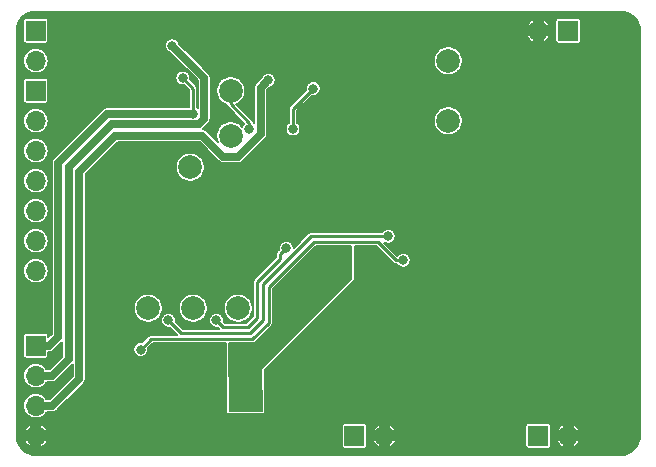
<source format=gbr>
G04 #@! TF.GenerationSoftware,KiCad,Pcbnew,(5.1.2)-2*
G04 #@! TF.CreationDate,2019-08-30T17:07:24-04:00*
G04 #@! TF.ProjectId,PowerStage SubBoard 0-2,506f7765-7253-4746-9167-652053756242,rev?*
G04 #@! TF.SameCoordinates,Original*
G04 #@! TF.FileFunction,Copper,L2,Bot*
G04 #@! TF.FilePolarity,Positive*
%FSLAX46Y46*%
G04 Gerber Fmt 4.6, Leading zero omitted, Abs format (unit mm)*
G04 Created by KiCad (PCBNEW (5.1.2)-2) date 2019-08-30 17:07:24*
%MOMM*%
%LPD*%
G04 APERTURE LIST*
G04 #@! TA.AperFunction,ComponentPad*
%ADD10O,1.700000X1.700000*%
G04 #@! TD*
G04 #@! TA.AperFunction,ComponentPad*
%ADD11R,1.700000X1.700000*%
G04 #@! TD*
G04 #@! TA.AperFunction,ComponentPad*
%ADD12C,2.000000*%
G04 #@! TD*
G04 #@! TA.AperFunction,ViaPad*
%ADD13C,0.800000*%
G04 #@! TD*
G04 #@! TA.AperFunction,Conductor*
%ADD14C,0.250000*%
G04 #@! TD*
G04 #@! TA.AperFunction,Conductor*
%ADD15C,0.635000*%
G04 #@! TD*
G04 #@! TA.AperFunction,Conductor*
%ADD16C,0.152400*%
G04 #@! TD*
G04 APERTURE END LIST*
D10*
G04 #@! TO.P,J4,7*
G04 #@! TO.N,/BAT_SENSE*
X131445000Y-99060000D03*
G04 #@! TO.P,J4,6*
G04 #@! TO.N,/PCHG_EN*
X131445000Y-96520000D03*
G04 #@! TO.P,J4,5*
G04 #@! TO.N,/PMON_EN*
X131445000Y-93980000D03*
G04 #@! TO.P,J4,4*
G04 #@! TO.N,/DSG_EN*
X131445000Y-91440000D03*
G04 #@! TO.P,J4,3*
G04 #@! TO.N,Net-(J4-Pad3)*
X131445000Y-88900000D03*
G04 #@! TO.P,J4,2*
G04 #@! TO.N,/CP_EN*
X131445000Y-86360000D03*
D11*
G04 #@! TO.P,J4,1*
G04 #@! TO.N,/CHG_EN*
X131445000Y-83820000D03*
G04 #@! TD*
D12*
G04 #@! TO.P,TP8,1*
G04 #@! TO.N,/DSG*
X140970000Y-102235000D03*
G04 #@! TD*
G04 #@! TO.P,TP7,1*
G04 #@! TO.N,/PCHG*
X144780000Y-102235000D03*
G04 #@! TD*
G04 #@! TO.P,TP6,1*
G04 #@! TO.N,/CHG*
X148590000Y-102235000D03*
G04 #@! TD*
G04 #@! TO.P,TP5,1*
G04 #@! TO.N,Net-(C10-Pad2)*
X166370000Y-86360000D03*
G04 #@! TD*
G04 #@! TO.P,TP4,1*
G04 #@! TO.N,Net-(F1-Pad1)*
X166370000Y-81280000D03*
G04 #@! TD*
G04 #@! TO.P,TP3,1*
G04 #@! TO.N,/BAT*
X144526000Y-90297000D03*
G04 #@! TD*
G04 #@! TO.P,TP2,1*
G04 #@! TO.N,/VR*
X147955000Y-87630000D03*
G04 #@! TD*
G04 #@! TO.P,TP1,1*
G04 #@! TO.N,/VO*
X147955000Y-83820000D03*
G04 #@! TD*
D10*
G04 #@! TO.P,J6,2*
G04 #@! TO.N,GND*
X176530000Y-113030000D03*
D11*
G04 #@! TO.P,J6,1*
G04 #@! TO.N,Net-(C12-Pad2)*
X173990000Y-113030000D03*
G04 #@! TD*
D10*
G04 #@! TO.P,J5,2*
G04 #@! TO.N,GND*
X160972500Y-113030000D03*
D11*
G04 #@! TO.P,J5,1*
G04 #@! TO.N,Net-(C14-Pad1)*
X158432500Y-113030000D03*
G04 #@! TD*
D10*
G04 #@! TO.P,J3,4*
G04 #@! TO.N,GND*
X131445000Y-113030000D03*
G04 #@! TO.P,J3,3*
G04 #@! TO.N,+3.3VA*
X131445000Y-110490000D03*
G04 #@! TO.P,J3,2*
G04 #@! TO.N,Net-(FB1-Pad2)*
X131445000Y-107950000D03*
D11*
G04 #@! TO.P,J3,1*
G04 #@! TO.N,+3V3*
X131445000Y-105410000D03*
G04 #@! TD*
D10*
G04 #@! TO.P,J2,2*
G04 #@! TO.N,/SDA*
X131445000Y-81280000D03*
D11*
G04 #@! TO.P,J2,1*
G04 #@! TO.N,/SCL*
X131445000Y-78740000D03*
G04 #@! TD*
D10*
G04 #@! TO.P,J1,2*
G04 #@! TO.N,GND*
X173990000Y-78740000D03*
D11*
G04 #@! TO.P,J1,1*
G04 #@! TO.N,Net-(F1-Pad2)*
X176530000Y-78740000D03*
G04 #@! TD*
D13*
G04 #@! TO.N,+3V3*
X143891000Y-82740500D03*
X144780000Y-85755076D03*
G04 #@! TO.N,GND*
X139763500Y-96837500D03*
X141605000Y-90551000D03*
X143002000Y-78105000D03*
X178562000Y-114046000D03*
X179578000Y-114046000D03*
X180594000Y-114046000D03*
X181610000Y-114046000D03*
X182118000Y-113157000D03*
X181102000Y-113157000D03*
X180086000Y-113157000D03*
X179070000Y-113157000D03*
X178562000Y-112268000D03*
X179578000Y-112268000D03*
X180594000Y-112268000D03*
X181610000Y-112141000D03*
X182118000Y-111252000D03*
X181102000Y-111252000D03*
X180086000Y-111252000D03*
X179070000Y-111252000D03*
X179578000Y-110363000D03*
X180594000Y-110363000D03*
X181610000Y-110363000D03*
X182118000Y-109474000D03*
X181102000Y-109474000D03*
X180086000Y-109474000D03*
X179070000Y-109474000D03*
X181610000Y-108585000D03*
X180594000Y-108585000D03*
X179578000Y-108585000D03*
X178562000Y-108585000D03*
X177546000Y-108585000D03*
X164846000Y-114046000D03*
X163830000Y-114046000D03*
X162814000Y-114046000D03*
X163322000Y-113157000D03*
X164338000Y-113157000D03*
X162306000Y-113157000D03*
X162814000Y-112268000D03*
X163830000Y-112268000D03*
X164846000Y-112268000D03*
X164338000Y-111379000D03*
X163322000Y-111379000D03*
X163830000Y-110490000D03*
X164846000Y-110490000D03*
X164338000Y-109601000D03*
X163322000Y-109601000D03*
X163830000Y-108712000D03*
X164846000Y-108712000D03*
X172339000Y-77724000D03*
X172339000Y-78740000D03*
X171323000Y-77724000D03*
X171323000Y-78740000D03*
X170307000Y-78740000D03*
X170307000Y-77724000D03*
X169291000Y-77724000D03*
X169291000Y-78740000D03*
X168275000Y-78740000D03*
X168275000Y-77724000D03*
X157480000Y-85852000D03*
X152552400Y-85699600D03*
X146939000Y-82486500D03*
X146939000Y-81343500D03*
X147701000Y-81915000D03*
X152019000Y-79121000D03*
X157480000Y-81661000D03*
X141605000Y-100330000D03*
X140716000Y-100330000D03*
X141605000Y-95885000D03*
X142494000Y-95885000D03*
X142494000Y-94996000D03*
X141605000Y-94996000D03*
X140716000Y-94996000D03*
X142494000Y-96774000D03*
X143383000Y-96774000D03*
X143383000Y-95885000D03*
X143383000Y-94996000D03*
X144272000Y-94996000D03*
X144272000Y-95885000D03*
X144272000Y-96774000D03*
X145161000Y-96774000D03*
X145161000Y-95885000D03*
X136080500Y-93027500D03*
G04 #@! TO.N,Net-(C6-Pad1)*
X154940000Y-83629500D03*
X153225506Y-87058500D03*
G04 #@! TO.N,Net-(C10-Pad2)*
X156781500Y-98298000D03*
X157670500Y-98298000D03*
X157670500Y-99187000D03*
X156781500Y-99187000D03*
X149758400Y-109626400D03*
X150215600Y-110388400D03*
X149288500Y-110388400D03*
X148844000Y-109626400D03*
X148399500Y-110388400D03*
X149301200Y-108864400D03*
X157670500Y-97435510D03*
X156781500Y-97435510D03*
G04 #@! TO.N,Net-(C12-Pad2)*
X162560000Y-98171000D03*
X140335000Y-105727500D03*
G04 #@! TO.N,Net-(D1-Pad2)*
X146748500Y-103251000D03*
X152654000Y-97155000D03*
G04 #@! TO.N,Net-(D3-Pad1)*
X142684500Y-103251000D03*
X161290000Y-96139000D03*
G04 #@! TO.N,Net-(FB1-Pad2)*
X143002000Y-80010000D03*
G04 #@! TO.N,+3.3VA*
X151130000Y-82931000D03*
G04 #@! TO.N,/VO*
X149542500Y-87058500D03*
G04 #@! TD*
D14*
G04 #@! TO.N,+3V3*
X143891000Y-82740500D02*
X144780000Y-83629500D01*
X144780000Y-83629500D02*
X144780000Y-85189391D01*
X144780000Y-85189391D02*
X144780000Y-85755076D01*
D15*
X137510924Y-85755076D02*
X144780000Y-85755076D01*
X133350000Y-89916000D02*
X137510924Y-85755076D01*
X133350000Y-104648000D02*
X133350000Y-89916000D01*
X131445000Y-105410000D02*
X132588000Y-105410000D01*
X132588000Y-105410000D02*
X133350000Y-104648000D01*
D14*
G04 #@! TO.N,Net-(C6-Pad1)*
X154940000Y-83629500D02*
X153225506Y-85343994D01*
X153225506Y-85343994D02*
X153225506Y-86492815D01*
X153225506Y-86492815D02*
X153225506Y-87058500D01*
G04 #@! TO.N,Net-(C12-Pad2)*
X161956750Y-98171000D02*
X160432750Y-96647000D01*
X162560000Y-98171000D02*
X161956750Y-98171000D01*
X149796500Y-104838500D02*
X141922500Y-104838500D01*
X160432750Y-96647000D02*
X155003500Y-96647000D01*
X155003500Y-96647000D02*
X151193500Y-100457000D01*
X151193500Y-100457000D02*
X151193500Y-103441500D01*
X151193500Y-103441500D02*
X149796500Y-104838500D01*
X141922500Y-104838500D02*
X141351000Y-104838500D01*
X140335000Y-105727500D02*
X141224000Y-104838500D01*
X141224000Y-104838500D02*
X141922500Y-104838500D01*
G04 #@! TO.N,Net-(D1-Pad2)*
X152146000Y-97663000D02*
X152654000Y-97155000D01*
X147320000Y-103822500D02*
X149415500Y-103822500D01*
X150177500Y-103060500D02*
X150177500Y-100012500D01*
X146748500Y-103251000D02*
X147320000Y-103822500D01*
X150177500Y-100012500D02*
X152146000Y-98044000D01*
X149415500Y-103822500D02*
X150177500Y-103060500D01*
X152146000Y-98044000D02*
X152146000Y-97663000D01*
G04 #@! TO.N,Net-(D3-Pad1)*
X154743002Y-96139000D02*
X161290000Y-96139000D01*
X150685500Y-100196502D02*
X154743002Y-96139000D01*
X150685500Y-103251000D02*
X150685500Y-100196502D01*
X149606000Y-104330500D02*
X150685500Y-103251000D01*
X142684500Y-103251000D02*
X143764000Y-104330500D01*
X143764000Y-104330500D02*
X149606000Y-104330500D01*
D15*
G04 #@! TO.N,Net-(FB1-Pad2)*
X145697501Y-82705501D02*
X143002000Y-80010000D01*
X145697501Y-86204499D02*
X145697501Y-82705501D01*
X132842000Y-107950000D02*
X134239000Y-106553000D01*
X131445000Y-107950000D02*
X132842000Y-107950000D01*
X134239000Y-106553000D02*
X134239000Y-90297000D01*
X134239000Y-90297000D02*
X137863423Y-86672577D01*
X137863423Y-86672577D02*
X145229423Y-86672577D01*
X145229423Y-86672577D02*
X145697501Y-86204499D01*
G04 #@! TO.N,+3.3VA*
X150495000Y-83566000D02*
X151130000Y-82931000D01*
X150495000Y-87503000D02*
X150495000Y-83566000D01*
X148590000Y-89408000D02*
X150495000Y-87503000D01*
X147320000Y-89408000D02*
X148590000Y-89408000D01*
X131445000Y-110490000D02*
X132842000Y-110490000D01*
X135128000Y-108204000D02*
X135128000Y-90678000D01*
X135128000Y-90678000D02*
X138176000Y-87630000D01*
X138176000Y-87630000D02*
X145542000Y-87630000D01*
X132842000Y-110490000D02*
X135128000Y-108204000D01*
X145542000Y-87630000D02*
X147320000Y-89408000D01*
D14*
G04 #@! TO.N,/VO*
X147955000Y-84963000D02*
X147955000Y-83820000D01*
X149542500Y-87058500D02*
X149542500Y-86550500D01*
X149542500Y-86550500D02*
X147955000Y-84963000D01*
G04 #@! TD*
D16*
G04 #@! TO.N,Net-(C10-Pad2)*
G36*
X158165800Y-99726936D02*
G01*
X150568118Y-107324618D01*
X150558642Y-107336166D01*
X150551600Y-107349340D01*
X150547264Y-107363634D01*
X150545803Y-107379168D01*
X150576879Y-110921800D01*
X147872084Y-110921800D01*
X147844537Y-105192100D01*
X149779148Y-105192100D01*
X149796500Y-105193809D01*
X149813852Y-105192100D01*
X149813862Y-105192100D01*
X149865818Y-105186983D01*
X149932471Y-105166764D01*
X149993900Y-105133929D01*
X150047742Y-105089742D01*
X150058813Y-105076252D01*
X151431258Y-103703808D01*
X151444742Y-103692742D01*
X151488929Y-103638900D01*
X151521764Y-103577471D01*
X151541983Y-103510818D01*
X151547100Y-103458862D01*
X151547100Y-103458853D01*
X151548809Y-103441501D01*
X151547100Y-103424149D01*
X151547100Y-100603465D01*
X155149965Y-97000600D01*
X158165800Y-97000600D01*
X158165800Y-99726936D01*
X158165800Y-99726936D01*
G37*
X158165800Y-99726936D02*
X150568118Y-107324618D01*
X150558642Y-107336166D01*
X150551600Y-107349340D01*
X150547264Y-107363634D01*
X150545803Y-107379168D01*
X150576879Y-110921800D01*
X147872084Y-110921800D01*
X147844537Y-105192100D01*
X149779148Y-105192100D01*
X149796500Y-105193809D01*
X149813852Y-105192100D01*
X149813862Y-105192100D01*
X149865818Y-105186983D01*
X149932471Y-105166764D01*
X149993900Y-105133929D01*
X150047742Y-105089742D01*
X150058813Y-105076252D01*
X151431258Y-103703808D01*
X151444742Y-103692742D01*
X151488929Y-103638900D01*
X151521764Y-103577471D01*
X151541983Y-103510818D01*
X151547100Y-103458862D01*
X151547100Y-103458853D01*
X151548809Y-103441501D01*
X151547100Y-103424149D01*
X151547100Y-100603465D01*
X155149965Y-97000600D01*
X158165800Y-97000600D01*
X158165800Y-99726936D01*
G04 #@! TO.N,GND*
G36*
X181290641Y-77145884D02*
G01*
X181594264Y-77237554D01*
X181874295Y-77386448D01*
X182120072Y-77586899D01*
X182322239Y-77831276D01*
X182473086Y-78110261D01*
X182566872Y-78413237D01*
X182601400Y-78741742D01*
X182601401Y-113016368D01*
X182569116Y-113345642D01*
X182477446Y-113649264D01*
X182328551Y-113929296D01*
X182128099Y-114175074D01*
X181883722Y-114377241D01*
X181604736Y-114528087D01*
X181301767Y-114621872D01*
X180973258Y-114656400D01*
X131458621Y-114656400D01*
X131129358Y-114624116D01*
X130825736Y-114532446D01*
X130545704Y-114383551D01*
X130299926Y-114183099D01*
X130097759Y-113938722D01*
X129946913Y-113659736D01*
X129865985Y-113398300D01*
X130492259Y-113398300D01*
X130501324Y-113552354D01*
X130601267Y-113701964D01*
X130748573Y-113853656D01*
X130922642Y-113973696D01*
X131076700Y-113986642D01*
X131076700Y-113398300D01*
X131813300Y-113398300D01*
X131813300Y-113986642D01*
X131967358Y-113973696D01*
X132141427Y-113853656D01*
X132288733Y-113701964D01*
X132388676Y-113552354D01*
X132397741Y-113398300D01*
X131813300Y-113398300D01*
X131076700Y-113398300D01*
X130492259Y-113398300D01*
X129865985Y-113398300D01*
X129853128Y-113356767D01*
X129818600Y-113028258D01*
X129818600Y-112661700D01*
X130492259Y-112661700D01*
X131076700Y-112661700D01*
X131813300Y-112661700D01*
X132397741Y-112661700D01*
X132388676Y-112507646D01*
X132288733Y-112358036D01*
X132141427Y-112206344D01*
X132103226Y-112180000D01*
X157352794Y-112180000D01*
X157352794Y-113880000D01*
X157357208Y-113924813D01*
X157370279Y-113967905D01*
X157391506Y-114007618D01*
X157420073Y-114042427D01*
X157454882Y-114070994D01*
X157494595Y-114092221D01*
X157537687Y-114105292D01*
X157582500Y-114109706D01*
X159282500Y-114109706D01*
X159327313Y-114105292D01*
X159370405Y-114092221D01*
X159410118Y-114070994D01*
X159444927Y-114042427D01*
X159473494Y-114007618D01*
X159494721Y-113967905D01*
X159507792Y-113924813D01*
X159512206Y-113880000D01*
X159512206Y-113398300D01*
X160015858Y-113398300D01*
X160028804Y-113552358D01*
X160148844Y-113726427D01*
X160300536Y-113873733D01*
X160450146Y-113973676D01*
X160604200Y-113982741D01*
X160604200Y-113398300D01*
X161340800Y-113398300D01*
X161340800Y-113982741D01*
X161494854Y-113973676D01*
X161644464Y-113873733D01*
X161796156Y-113726427D01*
X161916196Y-113552358D01*
X161929142Y-113398300D01*
X161340800Y-113398300D01*
X160604200Y-113398300D01*
X160015858Y-113398300D01*
X159512206Y-113398300D01*
X159512206Y-112661700D01*
X160015858Y-112661700D01*
X160604200Y-112661700D01*
X161340800Y-112661700D01*
X161929142Y-112661700D01*
X161916196Y-112507642D01*
X161796156Y-112333573D01*
X161644464Y-112186267D01*
X161635083Y-112180000D01*
X172910294Y-112180000D01*
X172910294Y-113880000D01*
X172914708Y-113924813D01*
X172927779Y-113967905D01*
X172949006Y-114007618D01*
X172977573Y-114042427D01*
X173012382Y-114070994D01*
X173052095Y-114092221D01*
X173095187Y-114105292D01*
X173140000Y-114109706D01*
X174840000Y-114109706D01*
X174884813Y-114105292D01*
X174927905Y-114092221D01*
X174967618Y-114070994D01*
X175002427Y-114042427D01*
X175030994Y-114007618D01*
X175052221Y-113967905D01*
X175065292Y-113924813D01*
X175069706Y-113880000D01*
X175069706Y-113398300D01*
X175573358Y-113398300D01*
X175586304Y-113552358D01*
X175706344Y-113726427D01*
X175858036Y-113873733D01*
X176007646Y-113973676D01*
X176161700Y-113982741D01*
X176161700Y-113398300D01*
X176898300Y-113398300D01*
X176898300Y-113982741D01*
X177052354Y-113973676D01*
X177201964Y-113873733D01*
X177353656Y-113726427D01*
X177473696Y-113552358D01*
X177486642Y-113398300D01*
X176898300Y-113398300D01*
X176161700Y-113398300D01*
X175573358Y-113398300D01*
X175069706Y-113398300D01*
X175069706Y-112661700D01*
X175573358Y-112661700D01*
X176161700Y-112661700D01*
X176898300Y-112661700D01*
X177486642Y-112661700D01*
X177473696Y-112507642D01*
X177353656Y-112333573D01*
X177201964Y-112186267D01*
X177052354Y-112086324D01*
X176898300Y-112077259D01*
X176898300Y-112661700D01*
X176161700Y-112661700D01*
X176161700Y-112077259D01*
X176007646Y-112086324D01*
X175858036Y-112186267D01*
X175706344Y-112333573D01*
X175586304Y-112507642D01*
X175573358Y-112661700D01*
X175069706Y-112661700D01*
X175069706Y-112180000D01*
X175065292Y-112135187D01*
X175052221Y-112092095D01*
X175030994Y-112052382D01*
X175002427Y-112017573D01*
X174967618Y-111989006D01*
X174927905Y-111967779D01*
X174884813Y-111954708D01*
X174840000Y-111950294D01*
X173140000Y-111950294D01*
X173095187Y-111954708D01*
X173052095Y-111967779D01*
X173012382Y-111989006D01*
X172977573Y-112017573D01*
X172949006Y-112052382D01*
X172927779Y-112092095D01*
X172914708Y-112135187D01*
X172910294Y-112180000D01*
X161635083Y-112180000D01*
X161494854Y-112086324D01*
X161340800Y-112077259D01*
X161340800Y-112661700D01*
X160604200Y-112661700D01*
X160604200Y-112077259D01*
X160450146Y-112086324D01*
X160300536Y-112186267D01*
X160148844Y-112333573D01*
X160028804Y-112507642D01*
X160015858Y-112661700D01*
X159512206Y-112661700D01*
X159512206Y-112180000D01*
X159507792Y-112135187D01*
X159494721Y-112092095D01*
X159473494Y-112052382D01*
X159444927Y-112017573D01*
X159410118Y-111989006D01*
X159370405Y-111967779D01*
X159327313Y-111954708D01*
X159282500Y-111950294D01*
X157582500Y-111950294D01*
X157537687Y-111954708D01*
X157494595Y-111967779D01*
X157454882Y-111989006D01*
X157420073Y-112017573D01*
X157391506Y-112052382D01*
X157370279Y-112092095D01*
X157357208Y-112135187D01*
X157352794Y-112180000D01*
X132103226Y-112180000D01*
X131967358Y-112086304D01*
X131813300Y-112073358D01*
X131813300Y-112661700D01*
X131076700Y-112661700D01*
X131076700Y-112073358D01*
X130922642Y-112086304D01*
X130748573Y-112206344D01*
X130601267Y-112358036D01*
X130501324Y-112507646D01*
X130492259Y-112661700D01*
X129818600Y-112661700D01*
X129818600Y-107950000D01*
X130361182Y-107950000D01*
X130382007Y-108161442D01*
X130443683Y-108364759D01*
X130543838Y-108552137D01*
X130678625Y-108716375D01*
X130842863Y-108851162D01*
X131030241Y-108951317D01*
X131233558Y-109012993D01*
X131392020Y-109028600D01*
X131497980Y-109028600D01*
X131656442Y-109012993D01*
X131859759Y-108951317D01*
X132047137Y-108851162D01*
X132211375Y-108716375D01*
X132346162Y-108552137D01*
X132376114Y-108496100D01*
X132815183Y-108496100D01*
X132842000Y-108498741D01*
X132868817Y-108496100D01*
X132868824Y-108496100D01*
X132949054Y-108488198D01*
X133051994Y-108456972D01*
X133146865Y-108406262D01*
X133230019Y-108338019D01*
X133247122Y-108317179D01*
X134581900Y-106982402D01*
X134581900Y-107977798D01*
X132615799Y-109943900D01*
X132376114Y-109943900D01*
X132346162Y-109887863D01*
X132211375Y-109723625D01*
X132047137Y-109588838D01*
X131859759Y-109488683D01*
X131656442Y-109427007D01*
X131497980Y-109411400D01*
X131392020Y-109411400D01*
X131233558Y-109427007D01*
X131030241Y-109488683D01*
X130842863Y-109588838D01*
X130678625Y-109723625D01*
X130543838Y-109887863D01*
X130443683Y-110075241D01*
X130382007Y-110278558D01*
X130361182Y-110490000D01*
X130382007Y-110701442D01*
X130443683Y-110904759D01*
X130543838Y-111092137D01*
X130678625Y-111256375D01*
X130842863Y-111391162D01*
X131030241Y-111491317D01*
X131233558Y-111552993D01*
X131392020Y-111568600D01*
X131497980Y-111568600D01*
X131656442Y-111552993D01*
X131859759Y-111491317D01*
X132047137Y-111391162D01*
X132211375Y-111256375D01*
X132346162Y-111092137D01*
X132376114Y-111036100D01*
X132815183Y-111036100D01*
X132842000Y-111038741D01*
X132868817Y-111036100D01*
X132868824Y-111036100D01*
X132949054Y-111028198D01*
X133051994Y-110996972D01*
X133146865Y-110946262D01*
X133230019Y-110878019D01*
X133247122Y-110857179D01*
X135495184Y-108609118D01*
X135516019Y-108592019D01*
X135584262Y-108508865D01*
X135634972Y-108413994D01*
X135666198Y-108311054D01*
X135674100Y-108230824D01*
X135674100Y-108230815D01*
X135676741Y-108204001D01*
X135674100Y-108177187D01*
X135674100Y-105665588D01*
X139706400Y-105665588D01*
X139706400Y-105789412D01*
X139730556Y-105910856D01*
X139777941Y-106025254D01*
X139846734Y-106128209D01*
X139934291Y-106215766D01*
X140037246Y-106284559D01*
X140151644Y-106331944D01*
X140273088Y-106356100D01*
X140396912Y-106356100D01*
X140518356Y-106331944D01*
X140632754Y-106284559D01*
X140735709Y-106215766D01*
X140823266Y-106128209D01*
X140892059Y-106025254D01*
X140939444Y-105910856D01*
X140963600Y-105789412D01*
X140963600Y-105665588D01*
X140952547Y-105610019D01*
X141370466Y-105192100D01*
X147539735Y-105192100D01*
X147567653Y-110999099D01*
X147572042Y-111042598D01*
X147585051Y-111085481D01*
X147606176Y-111125003D01*
X147634605Y-111159645D01*
X147669247Y-111188074D01*
X147708769Y-111209199D01*
X147751652Y-111222208D01*
X147796250Y-111226600D01*
X150653750Y-111226600D01*
X150700313Y-111221808D01*
X150743081Y-111208423D01*
X150782416Y-111186953D01*
X150816806Y-111158221D01*
X150844931Y-111123331D01*
X150865708Y-111083626D01*
X150878340Y-111040629D01*
X150882341Y-110995995D01*
X150851432Y-107472358D01*
X158403645Y-99920145D01*
X158432074Y-99885503D01*
X158453199Y-99845981D01*
X158466208Y-99803098D01*
X158470600Y-99758500D01*
X158470600Y-97000600D01*
X160286285Y-97000600D01*
X161694442Y-98408758D01*
X161705508Y-98422242D01*
X161759350Y-98466429D01*
X161820779Y-98499264D01*
X161887432Y-98519483D01*
X161939388Y-98524600D01*
X161939397Y-98524600D01*
X161956749Y-98526309D01*
X161974101Y-98524600D01*
X162040256Y-98524600D01*
X162071734Y-98571709D01*
X162159291Y-98659266D01*
X162262246Y-98728059D01*
X162376644Y-98775444D01*
X162498088Y-98799600D01*
X162621912Y-98799600D01*
X162743356Y-98775444D01*
X162857754Y-98728059D01*
X162960709Y-98659266D01*
X163048266Y-98571709D01*
X163117059Y-98468754D01*
X163164444Y-98354356D01*
X163188600Y-98232912D01*
X163188600Y-98109088D01*
X163164444Y-97987644D01*
X163117059Y-97873246D01*
X163048266Y-97770291D01*
X162960709Y-97682734D01*
X162857754Y-97613941D01*
X162743356Y-97566556D01*
X162621912Y-97542400D01*
X162498088Y-97542400D01*
X162376644Y-97566556D01*
X162262246Y-97613941D01*
X162159291Y-97682734D01*
X162071734Y-97770291D01*
X162065475Y-97779659D01*
X160960988Y-96675173D01*
X160992246Y-96696059D01*
X161106644Y-96743444D01*
X161228088Y-96767600D01*
X161351912Y-96767600D01*
X161473356Y-96743444D01*
X161587754Y-96696059D01*
X161690709Y-96627266D01*
X161778266Y-96539709D01*
X161847059Y-96436754D01*
X161894444Y-96322356D01*
X161918600Y-96200912D01*
X161918600Y-96077088D01*
X161894444Y-95955644D01*
X161847059Y-95841246D01*
X161778266Y-95738291D01*
X161690709Y-95650734D01*
X161587754Y-95581941D01*
X161473356Y-95534556D01*
X161351912Y-95510400D01*
X161228088Y-95510400D01*
X161106644Y-95534556D01*
X160992246Y-95581941D01*
X160889291Y-95650734D01*
X160801734Y-95738291D01*
X160770256Y-95785400D01*
X154760353Y-95785400D01*
X154743001Y-95783691D01*
X154725649Y-95785400D01*
X154725640Y-95785400D01*
X154673684Y-95790517D01*
X154607031Y-95810736D01*
X154545602Y-95843571D01*
X154491760Y-95887758D01*
X154480694Y-95901242D01*
X153282600Y-97099336D01*
X153282600Y-97093088D01*
X153258444Y-96971644D01*
X153211059Y-96857246D01*
X153142266Y-96754291D01*
X153054709Y-96666734D01*
X152951754Y-96597941D01*
X152837356Y-96550556D01*
X152715912Y-96526400D01*
X152592088Y-96526400D01*
X152470644Y-96550556D01*
X152356246Y-96597941D01*
X152253291Y-96666734D01*
X152165734Y-96754291D01*
X152096941Y-96857246D01*
X152049556Y-96971644D01*
X152025400Y-97093088D01*
X152025400Y-97216912D01*
X152036453Y-97272482D01*
X151908243Y-97400692D01*
X151894759Y-97411758D01*
X151883693Y-97425242D01*
X151883691Y-97425244D01*
X151850571Y-97465601D01*
X151820790Y-97521317D01*
X151817737Y-97527029D01*
X151797517Y-97593682D01*
X151792400Y-97645638D01*
X151792400Y-97645648D01*
X151790691Y-97663000D01*
X151792400Y-97680352D01*
X151792400Y-97897534D01*
X149939743Y-99750192D01*
X149926259Y-99761258D01*
X149915193Y-99774742D01*
X149915191Y-99774744D01*
X149882071Y-99815101D01*
X149864476Y-99848019D01*
X149849237Y-99876529D01*
X149829018Y-99943182D01*
X149828445Y-99949000D01*
X149822191Y-100012500D01*
X149823901Y-100029862D01*
X149823900Y-102914035D01*
X149269035Y-103468900D01*
X147466466Y-103468900D01*
X147366047Y-103368481D01*
X147377100Y-103312912D01*
X147377100Y-103189088D01*
X147352944Y-103067644D01*
X147305559Y-102953246D01*
X147236766Y-102850291D01*
X147149209Y-102762734D01*
X147046254Y-102693941D01*
X146931856Y-102646556D01*
X146810412Y-102622400D01*
X146686588Y-102622400D01*
X146565144Y-102646556D01*
X146450746Y-102693941D01*
X146347791Y-102762734D01*
X146260234Y-102850291D01*
X146191441Y-102953246D01*
X146144056Y-103067644D01*
X146119900Y-103189088D01*
X146119900Y-103312912D01*
X146144056Y-103434356D01*
X146191441Y-103548754D01*
X146260234Y-103651709D01*
X146347791Y-103739266D01*
X146450746Y-103808059D01*
X146565144Y-103855444D01*
X146686588Y-103879600D01*
X146810412Y-103879600D01*
X146865981Y-103868547D01*
X146974334Y-103976900D01*
X143910466Y-103976900D01*
X143302047Y-103368482D01*
X143313100Y-103312912D01*
X143313100Y-103189088D01*
X143288944Y-103067644D01*
X143241559Y-102953246D01*
X143172766Y-102850291D01*
X143085209Y-102762734D01*
X142982254Y-102693941D01*
X142867856Y-102646556D01*
X142746412Y-102622400D01*
X142622588Y-102622400D01*
X142501144Y-102646556D01*
X142386746Y-102693941D01*
X142283791Y-102762734D01*
X142196234Y-102850291D01*
X142127441Y-102953246D01*
X142080056Y-103067644D01*
X142055900Y-103189088D01*
X142055900Y-103312912D01*
X142080056Y-103434356D01*
X142127441Y-103548754D01*
X142196234Y-103651709D01*
X142283791Y-103739266D01*
X142386746Y-103808059D01*
X142501144Y-103855444D01*
X142622588Y-103879600D01*
X142746412Y-103879600D01*
X142801982Y-103868547D01*
X143418334Y-104484900D01*
X141241352Y-104484900D01*
X141224000Y-104483191D01*
X141206648Y-104484900D01*
X141206638Y-104484900D01*
X141154682Y-104490017D01*
X141088029Y-104510236D01*
X141068517Y-104520666D01*
X141026600Y-104543070D01*
X140986243Y-104576191D01*
X140972758Y-104587258D01*
X140961692Y-104600742D01*
X140452481Y-105109953D01*
X140396912Y-105098900D01*
X140273088Y-105098900D01*
X140151644Y-105123056D01*
X140037246Y-105170441D01*
X139934291Y-105239234D01*
X139846734Y-105326791D01*
X139777941Y-105429746D01*
X139730556Y-105544144D01*
X139706400Y-105665588D01*
X135674100Y-105665588D01*
X135674100Y-102113993D01*
X139741400Y-102113993D01*
X139741400Y-102356007D01*
X139788614Y-102593369D01*
X139881229Y-102816960D01*
X140015684Y-103018187D01*
X140186813Y-103189316D01*
X140388040Y-103323771D01*
X140611631Y-103416386D01*
X140848993Y-103463600D01*
X141091007Y-103463600D01*
X141328369Y-103416386D01*
X141551960Y-103323771D01*
X141753187Y-103189316D01*
X141924316Y-103018187D01*
X142058771Y-102816960D01*
X142151386Y-102593369D01*
X142198600Y-102356007D01*
X142198600Y-102113993D01*
X143551400Y-102113993D01*
X143551400Y-102356007D01*
X143598614Y-102593369D01*
X143691229Y-102816960D01*
X143825684Y-103018187D01*
X143996813Y-103189316D01*
X144198040Y-103323771D01*
X144421631Y-103416386D01*
X144658993Y-103463600D01*
X144901007Y-103463600D01*
X145138369Y-103416386D01*
X145361960Y-103323771D01*
X145563187Y-103189316D01*
X145734316Y-103018187D01*
X145868771Y-102816960D01*
X145961386Y-102593369D01*
X146008600Y-102356007D01*
X146008600Y-102113993D01*
X147361400Y-102113993D01*
X147361400Y-102356007D01*
X147408614Y-102593369D01*
X147501229Y-102816960D01*
X147635684Y-103018187D01*
X147806813Y-103189316D01*
X148008040Y-103323771D01*
X148231631Y-103416386D01*
X148468993Y-103463600D01*
X148711007Y-103463600D01*
X148948369Y-103416386D01*
X149171960Y-103323771D01*
X149373187Y-103189316D01*
X149544316Y-103018187D01*
X149678771Y-102816960D01*
X149771386Y-102593369D01*
X149818600Y-102356007D01*
X149818600Y-102113993D01*
X149771386Y-101876631D01*
X149678771Y-101653040D01*
X149544316Y-101451813D01*
X149373187Y-101280684D01*
X149171960Y-101146229D01*
X148948369Y-101053614D01*
X148711007Y-101006400D01*
X148468993Y-101006400D01*
X148231631Y-101053614D01*
X148008040Y-101146229D01*
X147806813Y-101280684D01*
X147635684Y-101451813D01*
X147501229Y-101653040D01*
X147408614Y-101876631D01*
X147361400Y-102113993D01*
X146008600Y-102113993D01*
X145961386Y-101876631D01*
X145868771Y-101653040D01*
X145734316Y-101451813D01*
X145563187Y-101280684D01*
X145361960Y-101146229D01*
X145138369Y-101053614D01*
X144901007Y-101006400D01*
X144658993Y-101006400D01*
X144421631Y-101053614D01*
X144198040Y-101146229D01*
X143996813Y-101280684D01*
X143825684Y-101451813D01*
X143691229Y-101653040D01*
X143598614Y-101876631D01*
X143551400Y-102113993D01*
X142198600Y-102113993D01*
X142151386Y-101876631D01*
X142058771Y-101653040D01*
X141924316Y-101451813D01*
X141753187Y-101280684D01*
X141551960Y-101146229D01*
X141328369Y-101053614D01*
X141091007Y-101006400D01*
X140848993Y-101006400D01*
X140611631Y-101053614D01*
X140388040Y-101146229D01*
X140186813Y-101280684D01*
X140015684Y-101451813D01*
X139881229Y-101653040D01*
X139788614Y-101876631D01*
X139741400Y-102113993D01*
X135674100Y-102113993D01*
X135674100Y-90904201D01*
X136402308Y-90175993D01*
X143297400Y-90175993D01*
X143297400Y-90418007D01*
X143344614Y-90655369D01*
X143437229Y-90878960D01*
X143571684Y-91080187D01*
X143742813Y-91251316D01*
X143944040Y-91385771D01*
X144167631Y-91478386D01*
X144404993Y-91525600D01*
X144647007Y-91525600D01*
X144884369Y-91478386D01*
X145107960Y-91385771D01*
X145309187Y-91251316D01*
X145480316Y-91080187D01*
X145614771Y-90878960D01*
X145707386Y-90655369D01*
X145754600Y-90418007D01*
X145754600Y-90175993D01*
X145707386Y-89938631D01*
X145614771Y-89715040D01*
X145480316Y-89513813D01*
X145309187Y-89342684D01*
X145107960Y-89208229D01*
X144884369Y-89115614D01*
X144647007Y-89068400D01*
X144404993Y-89068400D01*
X144167631Y-89115614D01*
X143944040Y-89208229D01*
X143742813Y-89342684D01*
X143571684Y-89513813D01*
X143437229Y-89715040D01*
X143344614Y-89938631D01*
X143297400Y-90175993D01*
X136402308Y-90175993D01*
X138402202Y-88176100D01*
X145315799Y-88176100D01*
X146914882Y-89775184D01*
X146931981Y-89796019D01*
X147015135Y-89864262D01*
X147110006Y-89914972D01*
X147212946Y-89946198D01*
X147293176Y-89954100D01*
X147293183Y-89954100D01*
X147320000Y-89956741D01*
X147346817Y-89954100D01*
X148563183Y-89954100D01*
X148590000Y-89956741D01*
X148616817Y-89954100D01*
X148616824Y-89954100D01*
X148697054Y-89946198D01*
X148799994Y-89914972D01*
X148894865Y-89864262D01*
X148978019Y-89796019D01*
X148995122Y-89775179D01*
X150862184Y-87908118D01*
X150883019Y-87891019D01*
X150924894Y-87839995D01*
X150951262Y-87807865D01*
X151001971Y-87712996D01*
X151009827Y-87687100D01*
X151033198Y-87610054D01*
X151041100Y-87529824D01*
X151041100Y-87529817D01*
X151043741Y-87503000D01*
X151041100Y-87476183D01*
X151041100Y-86996588D01*
X152596906Y-86996588D01*
X152596906Y-87120412D01*
X152621062Y-87241856D01*
X152668447Y-87356254D01*
X152737240Y-87459209D01*
X152824797Y-87546766D01*
X152927752Y-87615559D01*
X153042150Y-87662944D01*
X153163594Y-87687100D01*
X153287418Y-87687100D01*
X153408862Y-87662944D01*
X153523260Y-87615559D01*
X153626215Y-87546766D01*
X153713772Y-87459209D01*
X153782565Y-87356254D01*
X153829950Y-87241856D01*
X153854106Y-87120412D01*
X153854106Y-86996588D01*
X153829950Y-86875144D01*
X153782565Y-86760746D01*
X153713772Y-86657791D01*
X153626215Y-86570234D01*
X153579106Y-86538756D01*
X153579106Y-86238993D01*
X165141400Y-86238993D01*
X165141400Y-86481007D01*
X165188614Y-86718369D01*
X165281229Y-86941960D01*
X165415684Y-87143187D01*
X165586813Y-87314316D01*
X165788040Y-87448771D01*
X166011631Y-87541386D01*
X166248993Y-87588600D01*
X166491007Y-87588600D01*
X166728369Y-87541386D01*
X166951960Y-87448771D01*
X167153187Y-87314316D01*
X167324316Y-87143187D01*
X167458771Y-86941960D01*
X167551386Y-86718369D01*
X167598600Y-86481007D01*
X167598600Y-86238993D01*
X167551386Y-86001631D01*
X167458771Y-85778040D01*
X167324316Y-85576813D01*
X167153187Y-85405684D01*
X166951960Y-85271229D01*
X166728369Y-85178614D01*
X166491007Y-85131400D01*
X166248993Y-85131400D01*
X166011631Y-85178614D01*
X165788040Y-85271229D01*
X165586813Y-85405684D01*
X165415684Y-85576813D01*
X165281229Y-85778040D01*
X165188614Y-86001631D01*
X165141400Y-86238993D01*
X153579106Y-86238993D01*
X153579106Y-85490459D01*
X154822518Y-84247047D01*
X154878088Y-84258100D01*
X155001912Y-84258100D01*
X155123356Y-84233944D01*
X155237754Y-84186559D01*
X155340709Y-84117766D01*
X155428266Y-84030209D01*
X155497059Y-83927254D01*
X155544444Y-83812856D01*
X155568600Y-83691412D01*
X155568600Y-83567588D01*
X155544444Y-83446144D01*
X155497059Y-83331746D01*
X155428266Y-83228791D01*
X155340709Y-83141234D01*
X155237754Y-83072441D01*
X155123356Y-83025056D01*
X155001912Y-83000900D01*
X154878088Y-83000900D01*
X154756644Y-83025056D01*
X154642246Y-83072441D01*
X154539291Y-83141234D01*
X154451734Y-83228791D01*
X154382941Y-83331746D01*
X154335556Y-83446144D01*
X154311400Y-83567588D01*
X154311400Y-83691412D01*
X154322453Y-83746982D01*
X152987750Y-85081685D01*
X152974264Y-85092753D01*
X152930077Y-85146595D01*
X152897242Y-85208024D01*
X152877023Y-85274677D01*
X152871906Y-85326633D01*
X152871906Y-85326642D01*
X152870197Y-85343994D01*
X152871906Y-85361346D01*
X152871907Y-86475444D01*
X152871906Y-86475454D01*
X152871906Y-86538756D01*
X152824797Y-86570234D01*
X152737240Y-86657791D01*
X152668447Y-86760746D01*
X152621062Y-86875144D01*
X152596906Y-86996588D01*
X151041100Y-86996588D01*
X151041100Y-83792201D01*
X151294009Y-83539292D01*
X151313356Y-83535444D01*
X151427754Y-83488059D01*
X151530709Y-83419266D01*
X151618266Y-83331709D01*
X151687059Y-83228754D01*
X151734444Y-83114356D01*
X151758600Y-82992912D01*
X151758600Y-82869088D01*
X151734444Y-82747644D01*
X151687059Y-82633246D01*
X151618266Y-82530291D01*
X151530709Y-82442734D01*
X151427754Y-82373941D01*
X151313356Y-82326556D01*
X151191912Y-82302400D01*
X151068088Y-82302400D01*
X150946644Y-82326556D01*
X150832246Y-82373941D01*
X150729291Y-82442734D01*
X150641734Y-82530291D01*
X150572941Y-82633246D01*
X150525556Y-82747644D01*
X150521708Y-82766991D01*
X150127816Y-83160883D01*
X150106982Y-83177981D01*
X150089883Y-83198816D01*
X150089882Y-83198817D01*
X150038738Y-83261136D01*
X149988029Y-83356005D01*
X149956802Y-83458947D01*
X149946259Y-83566000D01*
X149948901Y-83592827D01*
X149948900Y-86575925D01*
X149943209Y-86570234D01*
X149896691Y-86539152D01*
X149896100Y-86533147D01*
X149896100Y-86533138D01*
X149890983Y-86481182D01*
X149870764Y-86414529D01*
X149837929Y-86353100D01*
X149793742Y-86299258D01*
X149780258Y-86288192D01*
X148440706Y-84948641D01*
X148536960Y-84908771D01*
X148738187Y-84774316D01*
X148909316Y-84603187D01*
X149043771Y-84401960D01*
X149136386Y-84178369D01*
X149183600Y-83941007D01*
X149183600Y-83698993D01*
X149136386Y-83461631D01*
X149043771Y-83238040D01*
X148909316Y-83036813D01*
X148738187Y-82865684D01*
X148536960Y-82731229D01*
X148313369Y-82638614D01*
X148076007Y-82591400D01*
X147833993Y-82591400D01*
X147596631Y-82638614D01*
X147373040Y-82731229D01*
X147171813Y-82865684D01*
X147000684Y-83036813D01*
X146866229Y-83238040D01*
X146773614Y-83461631D01*
X146726400Y-83698993D01*
X146726400Y-83941007D01*
X146773614Y-84178369D01*
X146866229Y-84401960D01*
X147000684Y-84603187D01*
X147171813Y-84774316D01*
X147373040Y-84908771D01*
X147596631Y-85001386D01*
X147603607Y-85002774D01*
X147606517Y-85032317D01*
X147626736Y-85098970D01*
X147659571Y-85160399D01*
X147703758Y-85214241D01*
X147717244Y-85225309D01*
X149101980Y-86610045D01*
X149054234Y-86657791D01*
X148985441Y-86760746D01*
X148938056Y-86875144D01*
X148935806Y-86886458D01*
X148909316Y-86846813D01*
X148738187Y-86675684D01*
X148536960Y-86541229D01*
X148313369Y-86448614D01*
X148076007Y-86401400D01*
X147833993Y-86401400D01*
X147596631Y-86448614D01*
X147373040Y-86541229D01*
X147171813Y-86675684D01*
X147000684Y-86846813D01*
X146866229Y-87048040D01*
X146773614Y-87271631D01*
X146726400Y-87508993D01*
X146726400Y-87751007D01*
X146773614Y-87988369D01*
X146844993Y-88160691D01*
X145947122Y-87262821D01*
X145930019Y-87241981D01*
X145846865Y-87173738D01*
X145751994Y-87123028D01*
X145649054Y-87091802D01*
X145586879Y-87085678D01*
X145617442Y-87060596D01*
X145634545Y-87039756D01*
X146064685Y-86609617D01*
X146085520Y-86592518D01*
X146107674Y-86565524D01*
X146153762Y-86509365D01*
X146168827Y-86481182D01*
X146204473Y-86414493D01*
X146235699Y-86311553D01*
X146243601Y-86231323D01*
X146243601Y-86231314D01*
X146246242Y-86204500D01*
X146243601Y-86177686D01*
X146243601Y-82732317D01*
X146246242Y-82705500D01*
X146243601Y-82678683D01*
X146243601Y-82678677D01*
X146235699Y-82598447D01*
X146204473Y-82495507D01*
X146153763Y-82400636D01*
X146119265Y-82358600D01*
X146102619Y-82338317D01*
X146085520Y-82317482D01*
X146064685Y-82300383D01*
X144923295Y-81158993D01*
X165141400Y-81158993D01*
X165141400Y-81401007D01*
X165188614Y-81638369D01*
X165281229Y-81861960D01*
X165415684Y-82063187D01*
X165586813Y-82234316D01*
X165788040Y-82368771D01*
X166011631Y-82461386D01*
X166248993Y-82508600D01*
X166491007Y-82508600D01*
X166728369Y-82461386D01*
X166951960Y-82368771D01*
X167153187Y-82234316D01*
X167324316Y-82063187D01*
X167458771Y-81861960D01*
X167551386Y-81638369D01*
X167598600Y-81401007D01*
X167598600Y-81158993D01*
X167551386Y-80921631D01*
X167458771Y-80698040D01*
X167324316Y-80496813D01*
X167153187Y-80325684D01*
X166951960Y-80191229D01*
X166728369Y-80098614D01*
X166491007Y-80051400D01*
X166248993Y-80051400D01*
X166011631Y-80098614D01*
X165788040Y-80191229D01*
X165586813Y-80325684D01*
X165415684Y-80496813D01*
X165281229Y-80698040D01*
X165188614Y-80921631D01*
X165141400Y-81158993D01*
X144923295Y-81158993D01*
X143610292Y-79845991D01*
X143606444Y-79826644D01*
X143559059Y-79712246D01*
X143490266Y-79609291D01*
X143402709Y-79521734D01*
X143299754Y-79452941D01*
X143185356Y-79405556D01*
X143063912Y-79381400D01*
X142940088Y-79381400D01*
X142818644Y-79405556D01*
X142704246Y-79452941D01*
X142601291Y-79521734D01*
X142513734Y-79609291D01*
X142444941Y-79712246D01*
X142397556Y-79826644D01*
X142373400Y-79948088D01*
X142373400Y-80071912D01*
X142397556Y-80193356D01*
X142444941Y-80307754D01*
X142513734Y-80410709D01*
X142601291Y-80498266D01*
X142704246Y-80567059D01*
X142818644Y-80614444D01*
X142837991Y-80618292D01*
X145151402Y-82931704D01*
X145151401Y-85247227D01*
X145133600Y-85235332D01*
X145133600Y-83646852D01*
X145135309Y-83629500D01*
X145133600Y-83612148D01*
X145133600Y-83612138D01*
X145128483Y-83560182D01*
X145108264Y-83493529D01*
X145091214Y-83461631D01*
X145075430Y-83432100D01*
X145042309Y-83391743D01*
X145042304Y-83391738D01*
X145031241Y-83378258D01*
X145017762Y-83367196D01*
X144508547Y-82857981D01*
X144519600Y-82802412D01*
X144519600Y-82678588D01*
X144495444Y-82557144D01*
X144448059Y-82442746D01*
X144379266Y-82339791D01*
X144291709Y-82252234D01*
X144188754Y-82183441D01*
X144074356Y-82136056D01*
X143952912Y-82111900D01*
X143829088Y-82111900D01*
X143707644Y-82136056D01*
X143593246Y-82183441D01*
X143490291Y-82252234D01*
X143402734Y-82339791D01*
X143333941Y-82442746D01*
X143286556Y-82557144D01*
X143262400Y-82678588D01*
X143262400Y-82802412D01*
X143286556Y-82923856D01*
X143333941Y-83038254D01*
X143402734Y-83141209D01*
X143490291Y-83228766D01*
X143593246Y-83297559D01*
X143707644Y-83344944D01*
X143829088Y-83369100D01*
X143952912Y-83369100D01*
X144008481Y-83358047D01*
X144426400Y-83775966D01*
X144426401Y-85172020D01*
X144426400Y-85172030D01*
X144426400Y-85208976D01*
X137537737Y-85208976D01*
X137510923Y-85206335D01*
X137484109Y-85208976D01*
X137484100Y-85208976D01*
X137403870Y-85216878D01*
X137300930Y-85248104D01*
X137206059Y-85298814D01*
X137122905Y-85367057D01*
X137105806Y-85387892D01*
X132982816Y-89510883D01*
X132961982Y-89527981D01*
X132944883Y-89548816D01*
X132944882Y-89548817D01*
X132893738Y-89611136D01*
X132843029Y-89706005D01*
X132811802Y-89808947D01*
X132801259Y-89916000D01*
X132803901Y-89942827D01*
X132803900Y-104421798D01*
X132524706Y-104700993D01*
X132524706Y-104560000D01*
X132520292Y-104515187D01*
X132507221Y-104472095D01*
X132485994Y-104432382D01*
X132457427Y-104397573D01*
X132422618Y-104369006D01*
X132382905Y-104347779D01*
X132339813Y-104334708D01*
X132295000Y-104330294D01*
X130595000Y-104330294D01*
X130550187Y-104334708D01*
X130507095Y-104347779D01*
X130467382Y-104369006D01*
X130432573Y-104397573D01*
X130404006Y-104432382D01*
X130382779Y-104472095D01*
X130369708Y-104515187D01*
X130365294Y-104560000D01*
X130365294Y-106260000D01*
X130369708Y-106304813D01*
X130382779Y-106347905D01*
X130404006Y-106387618D01*
X130432573Y-106422427D01*
X130467382Y-106450994D01*
X130507095Y-106472221D01*
X130550187Y-106485292D01*
X130595000Y-106489706D01*
X132295000Y-106489706D01*
X132339813Y-106485292D01*
X132382905Y-106472221D01*
X132422618Y-106450994D01*
X132457427Y-106422427D01*
X132485994Y-106387618D01*
X132507221Y-106347905D01*
X132520292Y-106304813D01*
X132524706Y-106260000D01*
X132524706Y-105956100D01*
X132561183Y-105956100D01*
X132588000Y-105958741D01*
X132614817Y-105956100D01*
X132614824Y-105956100D01*
X132695054Y-105948198D01*
X132797994Y-105916972D01*
X132892865Y-105866262D01*
X132976019Y-105798019D01*
X132993122Y-105777179D01*
X133692900Y-105077402D01*
X133692900Y-106326798D01*
X132615799Y-107403900D01*
X132376114Y-107403900D01*
X132346162Y-107347863D01*
X132211375Y-107183625D01*
X132047137Y-107048838D01*
X131859759Y-106948683D01*
X131656442Y-106887007D01*
X131497980Y-106871400D01*
X131392020Y-106871400D01*
X131233558Y-106887007D01*
X131030241Y-106948683D01*
X130842863Y-107048838D01*
X130678625Y-107183625D01*
X130543838Y-107347863D01*
X130443683Y-107535241D01*
X130382007Y-107738558D01*
X130361182Y-107950000D01*
X129818600Y-107950000D01*
X129818600Y-99060000D01*
X130361182Y-99060000D01*
X130382007Y-99271442D01*
X130443683Y-99474759D01*
X130543838Y-99662137D01*
X130678625Y-99826375D01*
X130842863Y-99961162D01*
X131030241Y-100061317D01*
X131233558Y-100122993D01*
X131392020Y-100138600D01*
X131497980Y-100138600D01*
X131656442Y-100122993D01*
X131859759Y-100061317D01*
X132047137Y-99961162D01*
X132211375Y-99826375D01*
X132346162Y-99662137D01*
X132446317Y-99474759D01*
X132507993Y-99271442D01*
X132528818Y-99060000D01*
X132507993Y-98848558D01*
X132446317Y-98645241D01*
X132346162Y-98457863D01*
X132211375Y-98293625D01*
X132047137Y-98158838D01*
X131859759Y-98058683D01*
X131656442Y-97997007D01*
X131497980Y-97981400D01*
X131392020Y-97981400D01*
X131233558Y-97997007D01*
X131030241Y-98058683D01*
X130842863Y-98158838D01*
X130678625Y-98293625D01*
X130543838Y-98457863D01*
X130443683Y-98645241D01*
X130382007Y-98848558D01*
X130361182Y-99060000D01*
X129818600Y-99060000D01*
X129818600Y-96520000D01*
X130361182Y-96520000D01*
X130382007Y-96731442D01*
X130443683Y-96934759D01*
X130543838Y-97122137D01*
X130678625Y-97286375D01*
X130842863Y-97421162D01*
X131030241Y-97521317D01*
X131233558Y-97582993D01*
X131392020Y-97598600D01*
X131497980Y-97598600D01*
X131656442Y-97582993D01*
X131859759Y-97521317D01*
X132047137Y-97421162D01*
X132211375Y-97286375D01*
X132346162Y-97122137D01*
X132446317Y-96934759D01*
X132507993Y-96731442D01*
X132528818Y-96520000D01*
X132507993Y-96308558D01*
X132446317Y-96105241D01*
X132346162Y-95917863D01*
X132211375Y-95753625D01*
X132047137Y-95618838D01*
X131859759Y-95518683D01*
X131656442Y-95457007D01*
X131497980Y-95441400D01*
X131392020Y-95441400D01*
X131233558Y-95457007D01*
X131030241Y-95518683D01*
X130842863Y-95618838D01*
X130678625Y-95753625D01*
X130543838Y-95917863D01*
X130443683Y-96105241D01*
X130382007Y-96308558D01*
X130361182Y-96520000D01*
X129818600Y-96520000D01*
X129818600Y-93980000D01*
X130361182Y-93980000D01*
X130382007Y-94191442D01*
X130443683Y-94394759D01*
X130543838Y-94582137D01*
X130678625Y-94746375D01*
X130842863Y-94881162D01*
X131030241Y-94981317D01*
X131233558Y-95042993D01*
X131392020Y-95058600D01*
X131497980Y-95058600D01*
X131656442Y-95042993D01*
X131859759Y-94981317D01*
X132047137Y-94881162D01*
X132211375Y-94746375D01*
X132346162Y-94582137D01*
X132446317Y-94394759D01*
X132507993Y-94191442D01*
X132528818Y-93980000D01*
X132507993Y-93768558D01*
X132446317Y-93565241D01*
X132346162Y-93377863D01*
X132211375Y-93213625D01*
X132047137Y-93078838D01*
X131859759Y-92978683D01*
X131656442Y-92917007D01*
X131497980Y-92901400D01*
X131392020Y-92901400D01*
X131233558Y-92917007D01*
X131030241Y-92978683D01*
X130842863Y-93078838D01*
X130678625Y-93213625D01*
X130543838Y-93377863D01*
X130443683Y-93565241D01*
X130382007Y-93768558D01*
X130361182Y-93980000D01*
X129818600Y-93980000D01*
X129818600Y-91440000D01*
X130361182Y-91440000D01*
X130382007Y-91651442D01*
X130443683Y-91854759D01*
X130543838Y-92042137D01*
X130678625Y-92206375D01*
X130842863Y-92341162D01*
X131030241Y-92441317D01*
X131233558Y-92502993D01*
X131392020Y-92518600D01*
X131497980Y-92518600D01*
X131656442Y-92502993D01*
X131859759Y-92441317D01*
X132047137Y-92341162D01*
X132211375Y-92206375D01*
X132346162Y-92042137D01*
X132446317Y-91854759D01*
X132507993Y-91651442D01*
X132528818Y-91440000D01*
X132507993Y-91228558D01*
X132446317Y-91025241D01*
X132346162Y-90837863D01*
X132211375Y-90673625D01*
X132047137Y-90538838D01*
X131859759Y-90438683D01*
X131656442Y-90377007D01*
X131497980Y-90361400D01*
X131392020Y-90361400D01*
X131233558Y-90377007D01*
X131030241Y-90438683D01*
X130842863Y-90538838D01*
X130678625Y-90673625D01*
X130543838Y-90837863D01*
X130443683Y-91025241D01*
X130382007Y-91228558D01*
X130361182Y-91440000D01*
X129818600Y-91440000D01*
X129818600Y-88900000D01*
X130361182Y-88900000D01*
X130382007Y-89111442D01*
X130443683Y-89314759D01*
X130543838Y-89502137D01*
X130678625Y-89666375D01*
X130842863Y-89801162D01*
X131030241Y-89901317D01*
X131233558Y-89962993D01*
X131392020Y-89978600D01*
X131497980Y-89978600D01*
X131656442Y-89962993D01*
X131859759Y-89901317D01*
X132047137Y-89801162D01*
X132211375Y-89666375D01*
X132346162Y-89502137D01*
X132446317Y-89314759D01*
X132507993Y-89111442D01*
X132528818Y-88900000D01*
X132507993Y-88688558D01*
X132446317Y-88485241D01*
X132346162Y-88297863D01*
X132211375Y-88133625D01*
X132047137Y-87998838D01*
X131859759Y-87898683D01*
X131656442Y-87837007D01*
X131497980Y-87821400D01*
X131392020Y-87821400D01*
X131233558Y-87837007D01*
X131030241Y-87898683D01*
X130842863Y-87998838D01*
X130678625Y-88133625D01*
X130543838Y-88297863D01*
X130443683Y-88485241D01*
X130382007Y-88688558D01*
X130361182Y-88900000D01*
X129818600Y-88900000D01*
X129818600Y-86360000D01*
X130361182Y-86360000D01*
X130382007Y-86571442D01*
X130443683Y-86774759D01*
X130543838Y-86962137D01*
X130678625Y-87126375D01*
X130842863Y-87261162D01*
X131030241Y-87361317D01*
X131233558Y-87422993D01*
X131392020Y-87438600D01*
X131497980Y-87438600D01*
X131656442Y-87422993D01*
X131859759Y-87361317D01*
X132047137Y-87261162D01*
X132211375Y-87126375D01*
X132346162Y-86962137D01*
X132446317Y-86774759D01*
X132507993Y-86571442D01*
X132528818Y-86360000D01*
X132507993Y-86148558D01*
X132446317Y-85945241D01*
X132346162Y-85757863D01*
X132211375Y-85593625D01*
X132047137Y-85458838D01*
X131859759Y-85358683D01*
X131656442Y-85297007D01*
X131497980Y-85281400D01*
X131392020Y-85281400D01*
X131233558Y-85297007D01*
X131030241Y-85358683D01*
X130842863Y-85458838D01*
X130678625Y-85593625D01*
X130543838Y-85757863D01*
X130443683Y-85945241D01*
X130382007Y-86148558D01*
X130361182Y-86360000D01*
X129818600Y-86360000D01*
X129818600Y-82970000D01*
X130365294Y-82970000D01*
X130365294Y-84670000D01*
X130369708Y-84714813D01*
X130382779Y-84757905D01*
X130404006Y-84797618D01*
X130432573Y-84832427D01*
X130467382Y-84860994D01*
X130507095Y-84882221D01*
X130550187Y-84895292D01*
X130595000Y-84899706D01*
X132295000Y-84899706D01*
X132339813Y-84895292D01*
X132382905Y-84882221D01*
X132422618Y-84860994D01*
X132457427Y-84832427D01*
X132485994Y-84797618D01*
X132507221Y-84757905D01*
X132520292Y-84714813D01*
X132524706Y-84670000D01*
X132524706Y-82970000D01*
X132520292Y-82925187D01*
X132507221Y-82882095D01*
X132485994Y-82842382D01*
X132457427Y-82807573D01*
X132422618Y-82779006D01*
X132382905Y-82757779D01*
X132339813Y-82744708D01*
X132295000Y-82740294D01*
X130595000Y-82740294D01*
X130550187Y-82744708D01*
X130507095Y-82757779D01*
X130467382Y-82779006D01*
X130432573Y-82807573D01*
X130404006Y-82842382D01*
X130382779Y-82882095D01*
X130369708Y-82925187D01*
X130365294Y-82970000D01*
X129818600Y-82970000D01*
X129818600Y-81280000D01*
X130361182Y-81280000D01*
X130382007Y-81491442D01*
X130443683Y-81694759D01*
X130543838Y-81882137D01*
X130678625Y-82046375D01*
X130842863Y-82181162D01*
X131030241Y-82281317D01*
X131233558Y-82342993D01*
X131392020Y-82358600D01*
X131497980Y-82358600D01*
X131656442Y-82342993D01*
X131859759Y-82281317D01*
X132047137Y-82181162D01*
X132211375Y-82046375D01*
X132346162Y-81882137D01*
X132446317Y-81694759D01*
X132507993Y-81491442D01*
X132528818Y-81280000D01*
X132507993Y-81068558D01*
X132446317Y-80865241D01*
X132346162Y-80677863D01*
X132211375Y-80513625D01*
X132047137Y-80378838D01*
X131859759Y-80278683D01*
X131656442Y-80217007D01*
X131497980Y-80201400D01*
X131392020Y-80201400D01*
X131233558Y-80217007D01*
X131030241Y-80278683D01*
X130842863Y-80378838D01*
X130678625Y-80513625D01*
X130543838Y-80677863D01*
X130443683Y-80865241D01*
X130382007Y-81068558D01*
X130361182Y-81280000D01*
X129818600Y-81280000D01*
X129818600Y-78753622D01*
X129850884Y-78424359D01*
X129942554Y-78120736D01*
X130065237Y-77890000D01*
X130365294Y-77890000D01*
X130365294Y-79590000D01*
X130369708Y-79634813D01*
X130382779Y-79677905D01*
X130404006Y-79717618D01*
X130432573Y-79752427D01*
X130467382Y-79780994D01*
X130507095Y-79802221D01*
X130550187Y-79815292D01*
X130595000Y-79819706D01*
X132295000Y-79819706D01*
X132339813Y-79815292D01*
X132382905Y-79802221D01*
X132422618Y-79780994D01*
X132457427Y-79752427D01*
X132485994Y-79717618D01*
X132507221Y-79677905D01*
X132520292Y-79634813D01*
X132524706Y-79590000D01*
X132524706Y-79108300D01*
X173033358Y-79108300D01*
X173046304Y-79262358D01*
X173166344Y-79436427D01*
X173318036Y-79583733D01*
X173467646Y-79683676D01*
X173621700Y-79692741D01*
X173621700Y-79108300D01*
X174358300Y-79108300D01*
X174358300Y-79692741D01*
X174512354Y-79683676D01*
X174661964Y-79583733D01*
X174813656Y-79436427D01*
X174933696Y-79262358D01*
X174946642Y-79108300D01*
X174358300Y-79108300D01*
X173621700Y-79108300D01*
X173033358Y-79108300D01*
X132524706Y-79108300D01*
X132524706Y-78371700D01*
X173033358Y-78371700D01*
X173621700Y-78371700D01*
X174358300Y-78371700D01*
X174946642Y-78371700D01*
X174933696Y-78217642D01*
X174813656Y-78043573D01*
X174661964Y-77896267D01*
X174652583Y-77890000D01*
X175450294Y-77890000D01*
X175450294Y-79590000D01*
X175454708Y-79634813D01*
X175467779Y-79677905D01*
X175489006Y-79717618D01*
X175517573Y-79752427D01*
X175552382Y-79780994D01*
X175592095Y-79802221D01*
X175635187Y-79815292D01*
X175680000Y-79819706D01*
X177380000Y-79819706D01*
X177424813Y-79815292D01*
X177467905Y-79802221D01*
X177507618Y-79780994D01*
X177542427Y-79752427D01*
X177570994Y-79717618D01*
X177592221Y-79677905D01*
X177605292Y-79634813D01*
X177609706Y-79590000D01*
X177609706Y-77890000D01*
X177605292Y-77845187D01*
X177592221Y-77802095D01*
X177570994Y-77762382D01*
X177542427Y-77727573D01*
X177507618Y-77699006D01*
X177467905Y-77677779D01*
X177424813Y-77664708D01*
X177380000Y-77660294D01*
X175680000Y-77660294D01*
X175635187Y-77664708D01*
X175592095Y-77677779D01*
X175552382Y-77699006D01*
X175517573Y-77727573D01*
X175489006Y-77762382D01*
X175467779Y-77802095D01*
X175454708Y-77845187D01*
X175450294Y-77890000D01*
X174652583Y-77890000D01*
X174512354Y-77796324D01*
X174358300Y-77787259D01*
X174358300Y-78371700D01*
X173621700Y-78371700D01*
X173621700Y-77787259D01*
X173467646Y-77796324D01*
X173318036Y-77896267D01*
X173166344Y-78043573D01*
X173046304Y-78217642D01*
X173033358Y-78371700D01*
X132524706Y-78371700D01*
X132524706Y-77890000D01*
X132520292Y-77845187D01*
X132507221Y-77802095D01*
X132485994Y-77762382D01*
X132457427Y-77727573D01*
X132422618Y-77699006D01*
X132382905Y-77677779D01*
X132339813Y-77664708D01*
X132295000Y-77660294D01*
X130595000Y-77660294D01*
X130550187Y-77664708D01*
X130507095Y-77677779D01*
X130467382Y-77699006D01*
X130432573Y-77727573D01*
X130404006Y-77762382D01*
X130382779Y-77802095D01*
X130369708Y-77845187D01*
X130365294Y-77890000D01*
X130065237Y-77890000D01*
X130091448Y-77840705D01*
X130291899Y-77594928D01*
X130536276Y-77392761D01*
X130815261Y-77241914D01*
X131118237Y-77148128D01*
X131446742Y-77113600D01*
X180961378Y-77113600D01*
X181290641Y-77145884D01*
X181290641Y-77145884D01*
G37*
X181290641Y-77145884D02*
X181594264Y-77237554D01*
X181874295Y-77386448D01*
X182120072Y-77586899D01*
X182322239Y-77831276D01*
X182473086Y-78110261D01*
X182566872Y-78413237D01*
X182601400Y-78741742D01*
X182601401Y-113016368D01*
X182569116Y-113345642D01*
X182477446Y-113649264D01*
X182328551Y-113929296D01*
X182128099Y-114175074D01*
X181883722Y-114377241D01*
X181604736Y-114528087D01*
X181301767Y-114621872D01*
X180973258Y-114656400D01*
X131458621Y-114656400D01*
X131129358Y-114624116D01*
X130825736Y-114532446D01*
X130545704Y-114383551D01*
X130299926Y-114183099D01*
X130097759Y-113938722D01*
X129946913Y-113659736D01*
X129865985Y-113398300D01*
X130492259Y-113398300D01*
X130501324Y-113552354D01*
X130601267Y-113701964D01*
X130748573Y-113853656D01*
X130922642Y-113973696D01*
X131076700Y-113986642D01*
X131076700Y-113398300D01*
X131813300Y-113398300D01*
X131813300Y-113986642D01*
X131967358Y-113973696D01*
X132141427Y-113853656D01*
X132288733Y-113701964D01*
X132388676Y-113552354D01*
X132397741Y-113398300D01*
X131813300Y-113398300D01*
X131076700Y-113398300D01*
X130492259Y-113398300D01*
X129865985Y-113398300D01*
X129853128Y-113356767D01*
X129818600Y-113028258D01*
X129818600Y-112661700D01*
X130492259Y-112661700D01*
X131076700Y-112661700D01*
X131813300Y-112661700D01*
X132397741Y-112661700D01*
X132388676Y-112507646D01*
X132288733Y-112358036D01*
X132141427Y-112206344D01*
X132103226Y-112180000D01*
X157352794Y-112180000D01*
X157352794Y-113880000D01*
X157357208Y-113924813D01*
X157370279Y-113967905D01*
X157391506Y-114007618D01*
X157420073Y-114042427D01*
X157454882Y-114070994D01*
X157494595Y-114092221D01*
X157537687Y-114105292D01*
X157582500Y-114109706D01*
X159282500Y-114109706D01*
X159327313Y-114105292D01*
X159370405Y-114092221D01*
X159410118Y-114070994D01*
X159444927Y-114042427D01*
X159473494Y-114007618D01*
X159494721Y-113967905D01*
X159507792Y-113924813D01*
X159512206Y-113880000D01*
X159512206Y-113398300D01*
X160015858Y-113398300D01*
X160028804Y-113552358D01*
X160148844Y-113726427D01*
X160300536Y-113873733D01*
X160450146Y-113973676D01*
X160604200Y-113982741D01*
X160604200Y-113398300D01*
X161340800Y-113398300D01*
X161340800Y-113982741D01*
X161494854Y-113973676D01*
X161644464Y-113873733D01*
X161796156Y-113726427D01*
X161916196Y-113552358D01*
X161929142Y-113398300D01*
X161340800Y-113398300D01*
X160604200Y-113398300D01*
X160015858Y-113398300D01*
X159512206Y-113398300D01*
X159512206Y-112661700D01*
X160015858Y-112661700D01*
X160604200Y-112661700D01*
X161340800Y-112661700D01*
X161929142Y-112661700D01*
X161916196Y-112507642D01*
X161796156Y-112333573D01*
X161644464Y-112186267D01*
X161635083Y-112180000D01*
X172910294Y-112180000D01*
X172910294Y-113880000D01*
X172914708Y-113924813D01*
X172927779Y-113967905D01*
X172949006Y-114007618D01*
X172977573Y-114042427D01*
X173012382Y-114070994D01*
X173052095Y-114092221D01*
X173095187Y-114105292D01*
X173140000Y-114109706D01*
X174840000Y-114109706D01*
X174884813Y-114105292D01*
X174927905Y-114092221D01*
X174967618Y-114070994D01*
X175002427Y-114042427D01*
X175030994Y-114007618D01*
X175052221Y-113967905D01*
X175065292Y-113924813D01*
X175069706Y-113880000D01*
X175069706Y-113398300D01*
X175573358Y-113398300D01*
X175586304Y-113552358D01*
X175706344Y-113726427D01*
X175858036Y-113873733D01*
X176007646Y-113973676D01*
X176161700Y-113982741D01*
X176161700Y-113398300D01*
X176898300Y-113398300D01*
X176898300Y-113982741D01*
X177052354Y-113973676D01*
X177201964Y-113873733D01*
X177353656Y-113726427D01*
X177473696Y-113552358D01*
X177486642Y-113398300D01*
X176898300Y-113398300D01*
X176161700Y-113398300D01*
X175573358Y-113398300D01*
X175069706Y-113398300D01*
X175069706Y-112661700D01*
X175573358Y-112661700D01*
X176161700Y-112661700D01*
X176898300Y-112661700D01*
X177486642Y-112661700D01*
X177473696Y-112507642D01*
X177353656Y-112333573D01*
X177201964Y-112186267D01*
X177052354Y-112086324D01*
X176898300Y-112077259D01*
X176898300Y-112661700D01*
X176161700Y-112661700D01*
X176161700Y-112077259D01*
X176007646Y-112086324D01*
X175858036Y-112186267D01*
X175706344Y-112333573D01*
X175586304Y-112507642D01*
X175573358Y-112661700D01*
X175069706Y-112661700D01*
X175069706Y-112180000D01*
X175065292Y-112135187D01*
X175052221Y-112092095D01*
X175030994Y-112052382D01*
X175002427Y-112017573D01*
X174967618Y-111989006D01*
X174927905Y-111967779D01*
X174884813Y-111954708D01*
X174840000Y-111950294D01*
X173140000Y-111950294D01*
X173095187Y-111954708D01*
X173052095Y-111967779D01*
X173012382Y-111989006D01*
X172977573Y-112017573D01*
X172949006Y-112052382D01*
X172927779Y-112092095D01*
X172914708Y-112135187D01*
X172910294Y-112180000D01*
X161635083Y-112180000D01*
X161494854Y-112086324D01*
X161340800Y-112077259D01*
X161340800Y-112661700D01*
X160604200Y-112661700D01*
X160604200Y-112077259D01*
X160450146Y-112086324D01*
X160300536Y-112186267D01*
X160148844Y-112333573D01*
X160028804Y-112507642D01*
X160015858Y-112661700D01*
X159512206Y-112661700D01*
X159512206Y-112180000D01*
X159507792Y-112135187D01*
X159494721Y-112092095D01*
X159473494Y-112052382D01*
X159444927Y-112017573D01*
X159410118Y-111989006D01*
X159370405Y-111967779D01*
X159327313Y-111954708D01*
X159282500Y-111950294D01*
X157582500Y-111950294D01*
X157537687Y-111954708D01*
X157494595Y-111967779D01*
X157454882Y-111989006D01*
X157420073Y-112017573D01*
X157391506Y-112052382D01*
X157370279Y-112092095D01*
X157357208Y-112135187D01*
X157352794Y-112180000D01*
X132103226Y-112180000D01*
X131967358Y-112086304D01*
X131813300Y-112073358D01*
X131813300Y-112661700D01*
X131076700Y-112661700D01*
X131076700Y-112073358D01*
X130922642Y-112086304D01*
X130748573Y-112206344D01*
X130601267Y-112358036D01*
X130501324Y-112507646D01*
X130492259Y-112661700D01*
X129818600Y-112661700D01*
X129818600Y-107950000D01*
X130361182Y-107950000D01*
X130382007Y-108161442D01*
X130443683Y-108364759D01*
X130543838Y-108552137D01*
X130678625Y-108716375D01*
X130842863Y-108851162D01*
X131030241Y-108951317D01*
X131233558Y-109012993D01*
X131392020Y-109028600D01*
X131497980Y-109028600D01*
X131656442Y-109012993D01*
X131859759Y-108951317D01*
X132047137Y-108851162D01*
X132211375Y-108716375D01*
X132346162Y-108552137D01*
X132376114Y-108496100D01*
X132815183Y-108496100D01*
X132842000Y-108498741D01*
X132868817Y-108496100D01*
X132868824Y-108496100D01*
X132949054Y-108488198D01*
X133051994Y-108456972D01*
X133146865Y-108406262D01*
X133230019Y-108338019D01*
X133247122Y-108317179D01*
X134581900Y-106982402D01*
X134581900Y-107977798D01*
X132615799Y-109943900D01*
X132376114Y-109943900D01*
X132346162Y-109887863D01*
X132211375Y-109723625D01*
X132047137Y-109588838D01*
X131859759Y-109488683D01*
X131656442Y-109427007D01*
X131497980Y-109411400D01*
X131392020Y-109411400D01*
X131233558Y-109427007D01*
X131030241Y-109488683D01*
X130842863Y-109588838D01*
X130678625Y-109723625D01*
X130543838Y-109887863D01*
X130443683Y-110075241D01*
X130382007Y-110278558D01*
X130361182Y-110490000D01*
X130382007Y-110701442D01*
X130443683Y-110904759D01*
X130543838Y-111092137D01*
X130678625Y-111256375D01*
X130842863Y-111391162D01*
X131030241Y-111491317D01*
X131233558Y-111552993D01*
X131392020Y-111568600D01*
X131497980Y-111568600D01*
X131656442Y-111552993D01*
X131859759Y-111491317D01*
X132047137Y-111391162D01*
X132211375Y-111256375D01*
X132346162Y-111092137D01*
X132376114Y-111036100D01*
X132815183Y-111036100D01*
X132842000Y-111038741D01*
X132868817Y-111036100D01*
X132868824Y-111036100D01*
X132949054Y-111028198D01*
X133051994Y-110996972D01*
X133146865Y-110946262D01*
X133230019Y-110878019D01*
X133247122Y-110857179D01*
X135495184Y-108609118D01*
X135516019Y-108592019D01*
X135584262Y-108508865D01*
X135634972Y-108413994D01*
X135666198Y-108311054D01*
X135674100Y-108230824D01*
X135674100Y-108230815D01*
X135676741Y-108204001D01*
X135674100Y-108177187D01*
X135674100Y-105665588D01*
X139706400Y-105665588D01*
X139706400Y-105789412D01*
X139730556Y-105910856D01*
X139777941Y-106025254D01*
X139846734Y-106128209D01*
X139934291Y-106215766D01*
X140037246Y-106284559D01*
X140151644Y-106331944D01*
X140273088Y-106356100D01*
X140396912Y-106356100D01*
X140518356Y-106331944D01*
X140632754Y-106284559D01*
X140735709Y-106215766D01*
X140823266Y-106128209D01*
X140892059Y-106025254D01*
X140939444Y-105910856D01*
X140963600Y-105789412D01*
X140963600Y-105665588D01*
X140952547Y-105610019D01*
X141370466Y-105192100D01*
X147539735Y-105192100D01*
X147567653Y-110999099D01*
X147572042Y-111042598D01*
X147585051Y-111085481D01*
X147606176Y-111125003D01*
X147634605Y-111159645D01*
X147669247Y-111188074D01*
X147708769Y-111209199D01*
X147751652Y-111222208D01*
X147796250Y-111226600D01*
X150653750Y-111226600D01*
X150700313Y-111221808D01*
X150743081Y-111208423D01*
X150782416Y-111186953D01*
X150816806Y-111158221D01*
X150844931Y-111123331D01*
X150865708Y-111083626D01*
X150878340Y-111040629D01*
X150882341Y-110995995D01*
X150851432Y-107472358D01*
X158403645Y-99920145D01*
X158432074Y-99885503D01*
X158453199Y-99845981D01*
X158466208Y-99803098D01*
X158470600Y-99758500D01*
X158470600Y-97000600D01*
X160286285Y-97000600D01*
X161694442Y-98408758D01*
X161705508Y-98422242D01*
X161759350Y-98466429D01*
X161820779Y-98499264D01*
X161887432Y-98519483D01*
X161939388Y-98524600D01*
X161939397Y-98524600D01*
X161956749Y-98526309D01*
X161974101Y-98524600D01*
X162040256Y-98524600D01*
X162071734Y-98571709D01*
X162159291Y-98659266D01*
X162262246Y-98728059D01*
X162376644Y-98775444D01*
X162498088Y-98799600D01*
X162621912Y-98799600D01*
X162743356Y-98775444D01*
X162857754Y-98728059D01*
X162960709Y-98659266D01*
X163048266Y-98571709D01*
X163117059Y-98468754D01*
X163164444Y-98354356D01*
X163188600Y-98232912D01*
X163188600Y-98109088D01*
X163164444Y-97987644D01*
X163117059Y-97873246D01*
X163048266Y-97770291D01*
X162960709Y-97682734D01*
X162857754Y-97613941D01*
X162743356Y-97566556D01*
X162621912Y-97542400D01*
X162498088Y-97542400D01*
X162376644Y-97566556D01*
X162262246Y-97613941D01*
X162159291Y-97682734D01*
X162071734Y-97770291D01*
X162065475Y-97779659D01*
X160960988Y-96675173D01*
X160992246Y-96696059D01*
X161106644Y-96743444D01*
X161228088Y-96767600D01*
X161351912Y-96767600D01*
X161473356Y-96743444D01*
X161587754Y-96696059D01*
X161690709Y-96627266D01*
X161778266Y-96539709D01*
X161847059Y-96436754D01*
X161894444Y-96322356D01*
X161918600Y-96200912D01*
X161918600Y-96077088D01*
X161894444Y-95955644D01*
X161847059Y-95841246D01*
X161778266Y-95738291D01*
X161690709Y-95650734D01*
X161587754Y-95581941D01*
X161473356Y-95534556D01*
X161351912Y-95510400D01*
X161228088Y-95510400D01*
X161106644Y-95534556D01*
X160992246Y-95581941D01*
X160889291Y-95650734D01*
X160801734Y-95738291D01*
X160770256Y-95785400D01*
X154760353Y-95785400D01*
X154743001Y-95783691D01*
X154725649Y-95785400D01*
X154725640Y-95785400D01*
X154673684Y-95790517D01*
X154607031Y-95810736D01*
X154545602Y-95843571D01*
X154491760Y-95887758D01*
X154480694Y-95901242D01*
X153282600Y-97099336D01*
X153282600Y-97093088D01*
X153258444Y-96971644D01*
X153211059Y-96857246D01*
X153142266Y-96754291D01*
X153054709Y-96666734D01*
X152951754Y-96597941D01*
X152837356Y-96550556D01*
X152715912Y-96526400D01*
X152592088Y-96526400D01*
X152470644Y-96550556D01*
X152356246Y-96597941D01*
X152253291Y-96666734D01*
X152165734Y-96754291D01*
X152096941Y-96857246D01*
X152049556Y-96971644D01*
X152025400Y-97093088D01*
X152025400Y-97216912D01*
X152036453Y-97272482D01*
X151908243Y-97400692D01*
X151894759Y-97411758D01*
X151883693Y-97425242D01*
X151883691Y-97425244D01*
X151850571Y-97465601D01*
X151820790Y-97521317D01*
X151817737Y-97527029D01*
X151797517Y-97593682D01*
X151792400Y-97645638D01*
X151792400Y-97645648D01*
X151790691Y-97663000D01*
X151792400Y-97680352D01*
X151792400Y-97897534D01*
X149939743Y-99750192D01*
X149926259Y-99761258D01*
X149915193Y-99774742D01*
X149915191Y-99774744D01*
X149882071Y-99815101D01*
X149864476Y-99848019D01*
X149849237Y-99876529D01*
X149829018Y-99943182D01*
X149828445Y-99949000D01*
X149822191Y-100012500D01*
X149823901Y-100029862D01*
X149823900Y-102914035D01*
X149269035Y-103468900D01*
X147466466Y-103468900D01*
X147366047Y-103368481D01*
X147377100Y-103312912D01*
X147377100Y-103189088D01*
X147352944Y-103067644D01*
X147305559Y-102953246D01*
X147236766Y-102850291D01*
X147149209Y-102762734D01*
X147046254Y-102693941D01*
X146931856Y-102646556D01*
X146810412Y-102622400D01*
X146686588Y-102622400D01*
X146565144Y-102646556D01*
X146450746Y-102693941D01*
X146347791Y-102762734D01*
X146260234Y-102850291D01*
X146191441Y-102953246D01*
X146144056Y-103067644D01*
X146119900Y-103189088D01*
X146119900Y-103312912D01*
X146144056Y-103434356D01*
X146191441Y-103548754D01*
X146260234Y-103651709D01*
X146347791Y-103739266D01*
X146450746Y-103808059D01*
X146565144Y-103855444D01*
X146686588Y-103879600D01*
X146810412Y-103879600D01*
X146865981Y-103868547D01*
X146974334Y-103976900D01*
X143910466Y-103976900D01*
X143302047Y-103368482D01*
X143313100Y-103312912D01*
X143313100Y-103189088D01*
X143288944Y-103067644D01*
X143241559Y-102953246D01*
X143172766Y-102850291D01*
X143085209Y-102762734D01*
X142982254Y-102693941D01*
X142867856Y-102646556D01*
X142746412Y-102622400D01*
X142622588Y-102622400D01*
X142501144Y-102646556D01*
X142386746Y-102693941D01*
X142283791Y-102762734D01*
X142196234Y-102850291D01*
X142127441Y-102953246D01*
X142080056Y-103067644D01*
X142055900Y-103189088D01*
X142055900Y-103312912D01*
X142080056Y-103434356D01*
X142127441Y-103548754D01*
X142196234Y-103651709D01*
X142283791Y-103739266D01*
X142386746Y-103808059D01*
X142501144Y-103855444D01*
X142622588Y-103879600D01*
X142746412Y-103879600D01*
X142801982Y-103868547D01*
X143418334Y-104484900D01*
X141241352Y-104484900D01*
X141224000Y-104483191D01*
X141206648Y-104484900D01*
X141206638Y-104484900D01*
X141154682Y-104490017D01*
X141088029Y-104510236D01*
X141068517Y-104520666D01*
X141026600Y-104543070D01*
X140986243Y-104576191D01*
X140972758Y-104587258D01*
X140961692Y-104600742D01*
X140452481Y-105109953D01*
X140396912Y-105098900D01*
X140273088Y-105098900D01*
X140151644Y-105123056D01*
X140037246Y-105170441D01*
X139934291Y-105239234D01*
X139846734Y-105326791D01*
X139777941Y-105429746D01*
X139730556Y-105544144D01*
X139706400Y-105665588D01*
X135674100Y-105665588D01*
X135674100Y-102113993D01*
X139741400Y-102113993D01*
X139741400Y-102356007D01*
X139788614Y-102593369D01*
X139881229Y-102816960D01*
X140015684Y-103018187D01*
X140186813Y-103189316D01*
X140388040Y-103323771D01*
X140611631Y-103416386D01*
X140848993Y-103463600D01*
X141091007Y-103463600D01*
X141328369Y-103416386D01*
X141551960Y-103323771D01*
X141753187Y-103189316D01*
X141924316Y-103018187D01*
X142058771Y-102816960D01*
X142151386Y-102593369D01*
X142198600Y-102356007D01*
X142198600Y-102113993D01*
X143551400Y-102113993D01*
X143551400Y-102356007D01*
X143598614Y-102593369D01*
X143691229Y-102816960D01*
X143825684Y-103018187D01*
X143996813Y-103189316D01*
X144198040Y-103323771D01*
X144421631Y-103416386D01*
X144658993Y-103463600D01*
X144901007Y-103463600D01*
X145138369Y-103416386D01*
X145361960Y-103323771D01*
X145563187Y-103189316D01*
X145734316Y-103018187D01*
X145868771Y-102816960D01*
X145961386Y-102593369D01*
X146008600Y-102356007D01*
X146008600Y-102113993D01*
X147361400Y-102113993D01*
X147361400Y-102356007D01*
X147408614Y-102593369D01*
X147501229Y-102816960D01*
X147635684Y-103018187D01*
X147806813Y-103189316D01*
X148008040Y-103323771D01*
X148231631Y-103416386D01*
X148468993Y-103463600D01*
X148711007Y-103463600D01*
X148948369Y-103416386D01*
X149171960Y-103323771D01*
X149373187Y-103189316D01*
X149544316Y-103018187D01*
X149678771Y-102816960D01*
X149771386Y-102593369D01*
X149818600Y-102356007D01*
X149818600Y-102113993D01*
X149771386Y-101876631D01*
X149678771Y-101653040D01*
X149544316Y-101451813D01*
X149373187Y-101280684D01*
X149171960Y-101146229D01*
X148948369Y-101053614D01*
X148711007Y-101006400D01*
X148468993Y-101006400D01*
X148231631Y-101053614D01*
X148008040Y-101146229D01*
X147806813Y-101280684D01*
X147635684Y-101451813D01*
X147501229Y-101653040D01*
X147408614Y-101876631D01*
X147361400Y-102113993D01*
X146008600Y-102113993D01*
X145961386Y-101876631D01*
X145868771Y-101653040D01*
X145734316Y-101451813D01*
X145563187Y-101280684D01*
X145361960Y-101146229D01*
X145138369Y-101053614D01*
X144901007Y-101006400D01*
X144658993Y-101006400D01*
X144421631Y-101053614D01*
X144198040Y-101146229D01*
X143996813Y-101280684D01*
X143825684Y-101451813D01*
X143691229Y-101653040D01*
X143598614Y-101876631D01*
X143551400Y-102113993D01*
X142198600Y-102113993D01*
X142151386Y-101876631D01*
X142058771Y-101653040D01*
X141924316Y-101451813D01*
X141753187Y-101280684D01*
X141551960Y-101146229D01*
X141328369Y-101053614D01*
X141091007Y-101006400D01*
X140848993Y-101006400D01*
X140611631Y-101053614D01*
X140388040Y-101146229D01*
X140186813Y-101280684D01*
X140015684Y-101451813D01*
X139881229Y-101653040D01*
X139788614Y-101876631D01*
X139741400Y-102113993D01*
X135674100Y-102113993D01*
X135674100Y-90904201D01*
X136402308Y-90175993D01*
X143297400Y-90175993D01*
X143297400Y-90418007D01*
X143344614Y-90655369D01*
X143437229Y-90878960D01*
X143571684Y-91080187D01*
X143742813Y-91251316D01*
X143944040Y-91385771D01*
X144167631Y-91478386D01*
X144404993Y-91525600D01*
X144647007Y-91525600D01*
X144884369Y-91478386D01*
X145107960Y-91385771D01*
X145309187Y-91251316D01*
X145480316Y-91080187D01*
X145614771Y-90878960D01*
X145707386Y-90655369D01*
X145754600Y-90418007D01*
X145754600Y-90175993D01*
X145707386Y-89938631D01*
X145614771Y-89715040D01*
X145480316Y-89513813D01*
X145309187Y-89342684D01*
X145107960Y-89208229D01*
X144884369Y-89115614D01*
X144647007Y-89068400D01*
X144404993Y-89068400D01*
X144167631Y-89115614D01*
X143944040Y-89208229D01*
X143742813Y-89342684D01*
X143571684Y-89513813D01*
X143437229Y-89715040D01*
X143344614Y-89938631D01*
X143297400Y-90175993D01*
X136402308Y-90175993D01*
X138402202Y-88176100D01*
X145315799Y-88176100D01*
X146914882Y-89775184D01*
X146931981Y-89796019D01*
X147015135Y-89864262D01*
X147110006Y-89914972D01*
X147212946Y-89946198D01*
X147293176Y-89954100D01*
X147293183Y-89954100D01*
X147320000Y-89956741D01*
X147346817Y-89954100D01*
X148563183Y-89954100D01*
X148590000Y-89956741D01*
X148616817Y-89954100D01*
X148616824Y-89954100D01*
X148697054Y-89946198D01*
X148799994Y-89914972D01*
X148894865Y-89864262D01*
X148978019Y-89796019D01*
X148995122Y-89775179D01*
X150862184Y-87908118D01*
X150883019Y-87891019D01*
X150924894Y-87839995D01*
X150951262Y-87807865D01*
X151001971Y-87712996D01*
X151009827Y-87687100D01*
X151033198Y-87610054D01*
X151041100Y-87529824D01*
X151041100Y-87529817D01*
X151043741Y-87503000D01*
X151041100Y-87476183D01*
X151041100Y-86996588D01*
X152596906Y-86996588D01*
X152596906Y-87120412D01*
X152621062Y-87241856D01*
X152668447Y-87356254D01*
X152737240Y-87459209D01*
X152824797Y-87546766D01*
X152927752Y-87615559D01*
X153042150Y-87662944D01*
X153163594Y-87687100D01*
X153287418Y-87687100D01*
X153408862Y-87662944D01*
X153523260Y-87615559D01*
X153626215Y-87546766D01*
X153713772Y-87459209D01*
X153782565Y-87356254D01*
X153829950Y-87241856D01*
X153854106Y-87120412D01*
X153854106Y-86996588D01*
X153829950Y-86875144D01*
X153782565Y-86760746D01*
X153713772Y-86657791D01*
X153626215Y-86570234D01*
X153579106Y-86538756D01*
X153579106Y-86238993D01*
X165141400Y-86238993D01*
X165141400Y-86481007D01*
X165188614Y-86718369D01*
X165281229Y-86941960D01*
X165415684Y-87143187D01*
X165586813Y-87314316D01*
X165788040Y-87448771D01*
X166011631Y-87541386D01*
X166248993Y-87588600D01*
X166491007Y-87588600D01*
X166728369Y-87541386D01*
X166951960Y-87448771D01*
X167153187Y-87314316D01*
X167324316Y-87143187D01*
X167458771Y-86941960D01*
X167551386Y-86718369D01*
X167598600Y-86481007D01*
X167598600Y-86238993D01*
X167551386Y-86001631D01*
X167458771Y-85778040D01*
X167324316Y-85576813D01*
X167153187Y-85405684D01*
X166951960Y-85271229D01*
X166728369Y-85178614D01*
X166491007Y-85131400D01*
X166248993Y-85131400D01*
X166011631Y-85178614D01*
X165788040Y-85271229D01*
X165586813Y-85405684D01*
X165415684Y-85576813D01*
X165281229Y-85778040D01*
X165188614Y-86001631D01*
X165141400Y-86238993D01*
X153579106Y-86238993D01*
X153579106Y-85490459D01*
X154822518Y-84247047D01*
X154878088Y-84258100D01*
X155001912Y-84258100D01*
X155123356Y-84233944D01*
X155237754Y-84186559D01*
X155340709Y-84117766D01*
X155428266Y-84030209D01*
X155497059Y-83927254D01*
X155544444Y-83812856D01*
X155568600Y-83691412D01*
X155568600Y-83567588D01*
X155544444Y-83446144D01*
X155497059Y-83331746D01*
X155428266Y-83228791D01*
X155340709Y-83141234D01*
X155237754Y-83072441D01*
X155123356Y-83025056D01*
X155001912Y-83000900D01*
X154878088Y-83000900D01*
X154756644Y-83025056D01*
X154642246Y-83072441D01*
X154539291Y-83141234D01*
X154451734Y-83228791D01*
X154382941Y-83331746D01*
X154335556Y-83446144D01*
X154311400Y-83567588D01*
X154311400Y-83691412D01*
X154322453Y-83746982D01*
X152987750Y-85081685D01*
X152974264Y-85092753D01*
X152930077Y-85146595D01*
X152897242Y-85208024D01*
X152877023Y-85274677D01*
X152871906Y-85326633D01*
X152871906Y-85326642D01*
X152870197Y-85343994D01*
X152871906Y-85361346D01*
X152871907Y-86475444D01*
X152871906Y-86475454D01*
X152871906Y-86538756D01*
X152824797Y-86570234D01*
X152737240Y-86657791D01*
X152668447Y-86760746D01*
X152621062Y-86875144D01*
X152596906Y-86996588D01*
X151041100Y-86996588D01*
X151041100Y-83792201D01*
X151294009Y-83539292D01*
X151313356Y-83535444D01*
X151427754Y-83488059D01*
X151530709Y-83419266D01*
X151618266Y-83331709D01*
X151687059Y-83228754D01*
X151734444Y-83114356D01*
X151758600Y-82992912D01*
X151758600Y-82869088D01*
X151734444Y-82747644D01*
X151687059Y-82633246D01*
X151618266Y-82530291D01*
X151530709Y-82442734D01*
X151427754Y-82373941D01*
X151313356Y-82326556D01*
X151191912Y-82302400D01*
X151068088Y-82302400D01*
X150946644Y-82326556D01*
X150832246Y-82373941D01*
X150729291Y-82442734D01*
X150641734Y-82530291D01*
X150572941Y-82633246D01*
X150525556Y-82747644D01*
X150521708Y-82766991D01*
X150127816Y-83160883D01*
X150106982Y-83177981D01*
X150089883Y-83198816D01*
X150089882Y-83198817D01*
X150038738Y-83261136D01*
X149988029Y-83356005D01*
X149956802Y-83458947D01*
X149946259Y-83566000D01*
X149948901Y-83592827D01*
X149948900Y-86575925D01*
X149943209Y-86570234D01*
X149896691Y-86539152D01*
X149896100Y-86533147D01*
X149896100Y-86533138D01*
X149890983Y-86481182D01*
X149870764Y-86414529D01*
X149837929Y-86353100D01*
X149793742Y-86299258D01*
X149780258Y-86288192D01*
X148440706Y-84948641D01*
X148536960Y-84908771D01*
X148738187Y-84774316D01*
X148909316Y-84603187D01*
X149043771Y-84401960D01*
X149136386Y-84178369D01*
X149183600Y-83941007D01*
X149183600Y-83698993D01*
X149136386Y-83461631D01*
X149043771Y-83238040D01*
X148909316Y-83036813D01*
X148738187Y-82865684D01*
X148536960Y-82731229D01*
X148313369Y-82638614D01*
X148076007Y-82591400D01*
X147833993Y-82591400D01*
X147596631Y-82638614D01*
X147373040Y-82731229D01*
X147171813Y-82865684D01*
X147000684Y-83036813D01*
X146866229Y-83238040D01*
X146773614Y-83461631D01*
X146726400Y-83698993D01*
X146726400Y-83941007D01*
X146773614Y-84178369D01*
X146866229Y-84401960D01*
X147000684Y-84603187D01*
X147171813Y-84774316D01*
X147373040Y-84908771D01*
X147596631Y-85001386D01*
X147603607Y-85002774D01*
X147606517Y-85032317D01*
X147626736Y-85098970D01*
X147659571Y-85160399D01*
X147703758Y-85214241D01*
X147717244Y-85225309D01*
X149101980Y-86610045D01*
X149054234Y-86657791D01*
X148985441Y-86760746D01*
X148938056Y-86875144D01*
X148935806Y-86886458D01*
X148909316Y-86846813D01*
X148738187Y-86675684D01*
X148536960Y-86541229D01*
X148313369Y-86448614D01*
X148076007Y-86401400D01*
X147833993Y-86401400D01*
X147596631Y-86448614D01*
X147373040Y-86541229D01*
X147171813Y-86675684D01*
X147000684Y-86846813D01*
X146866229Y-87048040D01*
X146773614Y-87271631D01*
X146726400Y-87508993D01*
X146726400Y-87751007D01*
X146773614Y-87988369D01*
X146844993Y-88160691D01*
X145947122Y-87262821D01*
X145930019Y-87241981D01*
X145846865Y-87173738D01*
X145751994Y-87123028D01*
X145649054Y-87091802D01*
X145586879Y-87085678D01*
X145617442Y-87060596D01*
X145634545Y-87039756D01*
X146064685Y-86609617D01*
X146085520Y-86592518D01*
X146107674Y-86565524D01*
X146153762Y-86509365D01*
X146168827Y-86481182D01*
X146204473Y-86414493D01*
X146235699Y-86311553D01*
X146243601Y-86231323D01*
X146243601Y-86231314D01*
X146246242Y-86204500D01*
X146243601Y-86177686D01*
X146243601Y-82732317D01*
X146246242Y-82705500D01*
X146243601Y-82678683D01*
X146243601Y-82678677D01*
X146235699Y-82598447D01*
X146204473Y-82495507D01*
X146153763Y-82400636D01*
X146119265Y-82358600D01*
X146102619Y-82338317D01*
X146085520Y-82317482D01*
X146064685Y-82300383D01*
X144923295Y-81158993D01*
X165141400Y-81158993D01*
X165141400Y-81401007D01*
X165188614Y-81638369D01*
X165281229Y-81861960D01*
X165415684Y-82063187D01*
X165586813Y-82234316D01*
X165788040Y-82368771D01*
X166011631Y-82461386D01*
X166248993Y-82508600D01*
X166491007Y-82508600D01*
X166728369Y-82461386D01*
X166951960Y-82368771D01*
X167153187Y-82234316D01*
X167324316Y-82063187D01*
X167458771Y-81861960D01*
X167551386Y-81638369D01*
X167598600Y-81401007D01*
X167598600Y-81158993D01*
X167551386Y-80921631D01*
X167458771Y-80698040D01*
X167324316Y-80496813D01*
X167153187Y-80325684D01*
X166951960Y-80191229D01*
X166728369Y-80098614D01*
X166491007Y-80051400D01*
X166248993Y-80051400D01*
X166011631Y-80098614D01*
X165788040Y-80191229D01*
X165586813Y-80325684D01*
X165415684Y-80496813D01*
X165281229Y-80698040D01*
X165188614Y-80921631D01*
X165141400Y-81158993D01*
X144923295Y-81158993D01*
X143610292Y-79845991D01*
X143606444Y-79826644D01*
X143559059Y-79712246D01*
X143490266Y-79609291D01*
X143402709Y-79521734D01*
X143299754Y-79452941D01*
X143185356Y-79405556D01*
X143063912Y-79381400D01*
X142940088Y-79381400D01*
X142818644Y-79405556D01*
X142704246Y-79452941D01*
X142601291Y-79521734D01*
X142513734Y-79609291D01*
X142444941Y-79712246D01*
X142397556Y-79826644D01*
X142373400Y-79948088D01*
X142373400Y-80071912D01*
X142397556Y-80193356D01*
X142444941Y-80307754D01*
X142513734Y-80410709D01*
X142601291Y-80498266D01*
X142704246Y-80567059D01*
X142818644Y-80614444D01*
X142837991Y-80618292D01*
X145151402Y-82931704D01*
X145151401Y-85247227D01*
X145133600Y-85235332D01*
X145133600Y-83646852D01*
X145135309Y-83629500D01*
X145133600Y-83612148D01*
X145133600Y-83612138D01*
X145128483Y-83560182D01*
X145108264Y-83493529D01*
X145091214Y-83461631D01*
X145075430Y-83432100D01*
X145042309Y-83391743D01*
X145042304Y-83391738D01*
X145031241Y-83378258D01*
X145017762Y-83367196D01*
X144508547Y-82857981D01*
X144519600Y-82802412D01*
X144519600Y-82678588D01*
X144495444Y-82557144D01*
X144448059Y-82442746D01*
X144379266Y-82339791D01*
X144291709Y-82252234D01*
X144188754Y-82183441D01*
X144074356Y-82136056D01*
X143952912Y-82111900D01*
X143829088Y-82111900D01*
X143707644Y-82136056D01*
X143593246Y-82183441D01*
X143490291Y-82252234D01*
X143402734Y-82339791D01*
X143333941Y-82442746D01*
X143286556Y-82557144D01*
X143262400Y-82678588D01*
X143262400Y-82802412D01*
X143286556Y-82923856D01*
X143333941Y-83038254D01*
X143402734Y-83141209D01*
X143490291Y-83228766D01*
X143593246Y-83297559D01*
X143707644Y-83344944D01*
X143829088Y-83369100D01*
X143952912Y-83369100D01*
X144008481Y-83358047D01*
X144426400Y-83775966D01*
X144426401Y-85172020D01*
X144426400Y-85172030D01*
X144426400Y-85208976D01*
X137537737Y-85208976D01*
X137510923Y-85206335D01*
X137484109Y-85208976D01*
X137484100Y-85208976D01*
X137403870Y-85216878D01*
X137300930Y-85248104D01*
X137206059Y-85298814D01*
X137122905Y-85367057D01*
X137105806Y-85387892D01*
X132982816Y-89510883D01*
X132961982Y-89527981D01*
X132944883Y-89548816D01*
X132944882Y-89548817D01*
X132893738Y-89611136D01*
X132843029Y-89706005D01*
X132811802Y-89808947D01*
X132801259Y-89916000D01*
X132803901Y-89942827D01*
X132803900Y-104421798D01*
X132524706Y-104700993D01*
X132524706Y-104560000D01*
X132520292Y-104515187D01*
X132507221Y-104472095D01*
X132485994Y-104432382D01*
X132457427Y-104397573D01*
X132422618Y-104369006D01*
X132382905Y-104347779D01*
X132339813Y-104334708D01*
X132295000Y-104330294D01*
X130595000Y-104330294D01*
X130550187Y-104334708D01*
X130507095Y-104347779D01*
X130467382Y-104369006D01*
X130432573Y-104397573D01*
X130404006Y-104432382D01*
X130382779Y-104472095D01*
X130369708Y-104515187D01*
X130365294Y-104560000D01*
X130365294Y-106260000D01*
X130369708Y-106304813D01*
X130382779Y-106347905D01*
X130404006Y-106387618D01*
X130432573Y-106422427D01*
X130467382Y-106450994D01*
X130507095Y-106472221D01*
X130550187Y-106485292D01*
X130595000Y-106489706D01*
X132295000Y-106489706D01*
X132339813Y-106485292D01*
X132382905Y-106472221D01*
X132422618Y-106450994D01*
X132457427Y-106422427D01*
X132485994Y-106387618D01*
X132507221Y-106347905D01*
X132520292Y-106304813D01*
X132524706Y-106260000D01*
X132524706Y-105956100D01*
X132561183Y-105956100D01*
X132588000Y-105958741D01*
X132614817Y-105956100D01*
X132614824Y-105956100D01*
X132695054Y-105948198D01*
X132797994Y-105916972D01*
X132892865Y-105866262D01*
X132976019Y-105798019D01*
X132993122Y-105777179D01*
X133692900Y-105077402D01*
X133692900Y-106326798D01*
X132615799Y-107403900D01*
X132376114Y-107403900D01*
X132346162Y-107347863D01*
X132211375Y-107183625D01*
X132047137Y-107048838D01*
X131859759Y-106948683D01*
X131656442Y-106887007D01*
X131497980Y-106871400D01*
X131392020Y-106871400D01*
X131233558Y-106887007D01*
X131030241Y-106948683D01*
X130842863Y-107048838D01*
X130678625Y-107183625D01*
X130543838Y-107347863D01*
X130443683Y-107535241D01*
X130382007Y-107738558D01*
X130361182Y-107950000D01*
X129818600Y-107950000D01*
X129818600Y-99060000D01*
X130361182Y-99060000D01*
X130382007Y-99271442D01*
X130443683Y-99474759D01*
X130543838Y-99662137D01*
X130678625Y-99826375D01*
X130842863Y-99961162D01*
X131030241Y-100061317D01*
X131233558Y-100122993D01*
X131392020Y-100138600D01*
X131497980Y-100138600D01*
X131656442Y-100122993D01*
X131859759Y-100061317D01*
X132047137Y-99961162D01*
X132211375Y-99826375D01*
X132346162Y-99662137D01*
X132446317Y-99474759D01*
X132507993Y-99271442D01*
X132528818Y-99060000D01*
X132507993Y-98848558D01*
X132446317Y-98645241D01*
X132346162Y-98457863D01*
X132211375Y-98293625D01*
X132047137Y-98158838D01*
X131859759Y-98058683D01*
X131656442Y-97997007D01*
X131497980Y-97981400D01*
X131392020Y-97981400D01*
X131233558Y-97997007D01*
X131030241Y-98058683D01*
X130842863Y-98158838D01*
X130678625Y-98293625D01*
X130543838Y-98457863D01*
X130443683Y-98645241D01*
X130382007Y-98848558D01*
X130361182Y-99060000D01*
X129818600Y-99060000D01*
X129818600Y-96520000D01*
X130361182Y-96520000D01*
X130382007Y-96731442D01*
X130443683Y-96934759D01*
X130543838Y-97122137D01*
X130678625Y-97286375D01*
X130842863Y-97421162D01*
X131030241Y-97521317D01*
X131233558Y-97582993D01*
X131392020Y-97598600D01*
X131497980Y-97598600D01*
X131656442Y-97582993D01*
X131859759Y-97521317D01*
X132047137Y-97421162D01*
X132211375Y-97286375D01*
X132346162Y-97122137D01*
X132446317Y-96934759D01*
X132507993Y-96731442D01*
X132528818Y-96520000D01*
X132507993Y-96308558D01*
X132446317Y-96105241D01*
X132346162Y-95917863D01*
X132211375Y-95753625D01*
X132047137Y-95618838D01*
X131859759Y-95518683D01*
X131656442Y-95457007D01*
X131497980Y-95441400D01*
X131392020Y-95441400D01*
X131233558Y-95457007D01*
X131030241Y-95518683D01*
X130842863Y-95618838D01*
X130678625Y-95753625D01*
X130543838Y-95917863D01*
X130443683Y-96105241D01*
X130382007Y-96308558D01*
X130361182Y-96520000D01*
X129818600Y-96520000D01*
X129818600Y-93980000D01*
X130361182Y-93980000D01*
X130382007Y-94191442D01*
X130443683Y-94394759D01*
X130543838Y-94582137D01*
X130678625Y-94746375D01*
X130842863Y-94881162D01*
X131030241Y-94981317D01*
X131233558Y-95042993D01*
X131392020Y-95058600D01*
X131497980Y-95058600D01*
X131656442Y-95042993D01*
X131859759Y-94981317D01*
X132047137Y-94881162D01*
X132211375Y-94746375D01*
X132346162Y-94582137D01*
X132446317Y-94394759D01*
X132507993Y-94191442D01*
X132528818Y-93980000D01*
X132507993Y-93768558D01*
X132446317Y-93565241D01*
X132346162Y-93377863D01*
X132211375Y-93213625D01*
X132047137Y-93078838D01*
X131859759Y-92978683D01*
X131656442Y-92917007D01*
X131497980Y-92901400D01*
X131392020Y-92901400D01*
X131233558Y-92917007D01*
X131030241Y-92978683D01*
X130842863Y-93078838D01*
X130678625Y-93213625D01*
X130543838Y-93377863D01*
X130443683Y-93565241D01*
X130382007Y-93768558D01*
X130361182Y-93980000D01*
X129818600Y-93980000D01*
X129818600Y-91440000D01*
X130361182Y-91440000D01*
X130382007Y-91651442D01*
X130443683Y-91854759D01*
X130543838Y-92042137D01*
X130678625Y-92206375D01*
X130842863Y-92341162D01*
X131030241Y-92441317D01*
X131233558Y-92502993D01*
X131392020Y-92518600D01*
X131497980Y-92518600D01*
X131656442Y-92502993D01*
X131859759Y-92441317D01*
X132047137Y-92341162D01*
X132211375Y-92206375D01*
X132346162Y-92042137D01*
X132446317Y-91854759D01*
X132507993Y-91651442D01*
X132528818Y-91440000D01*
X132507993Y-91228558D01*
X132446317Y-91025241D01*
X132346162Y-90837863D01*
X132211375Y-90673625D01*
X132047137Y-90538838D01*
X131859759Y-90438683D01*
X131656442Y-90377007D01*
X131497980Y-90361400D01*
X131392020Y-90361400D01*
X131233558Y-90377007D01*
X131030241Y-90438683D01*
X130842863Y-90538838D01*
X130678625Y-90673625D01*
X130543838Y-90837863D01*
X130443683Y-91025241D01*
X130382007Y-91228558D01*
X130361182Y-91440000D01*
X129818600Y-91440000D01*
X129818600Y-88900000D01*
X130361182Y-88900000D01*
X130382007Y-89111442D01*
X130443683Y-89314759D01*
X130543838Y-89502137D01*
X130678625Y-89666375D01*
X130842863Y-89801162D01*
X131030241Y-89901317D01*
X131233558Y-89962993D01*
X131392020Y-89978600D01*
X131497980Y-89978600D01*
X131656442Y-89962993D01*
X131859759Y-89901317D01*
X132047137Y-89801162D01*
X132211375Y-89666375D01*
X132346162Y-89502137D01*
X132446317Y-89314759D01*
X132507993Y-89111442D01*
X132528818Y-88900000D01*
X132507993Y-88688558D01*
X132446317Y-88485241D01*
X132346162Y-88297863D01*
X132211375Y-88133625D01*
X132047137Y-87998838D01*
X131859759Y-87898683D01*
X131656442Y-87837007D01*
X131497980Y-87821400D01*
X131392020Y-87821400D01*
X131233558Y-87837007D01*
X131030241Y-87898683D01*
X130842863Y-87998838D01*
X130678625Y-88133625D01*
X130543838Y-88297863D01*
X130443683Y-88485241D01*
X130382007Y-88688558D01*
X130361182Y-88900000D01*
X129818600Y-88900000D01*
X129818600Y-86360000D01*
X130361182Y-86360000D01*
X130382007Y-86571442D01*
X130443683Y-86774759D01*
X130543838Y-86962137D01*
X130678625Y-87126375D01*
X130842863Y-87261162D01*
X131030241Y-87361317D01*
X131233558Y-87422993D01*
X131392020Y-87438600D01*
X131497980Y-87438600D01*
X131656442Y-87422993D01*
X131859759Y-87361317D01*
X132047137Y-87261162D01*
X132211375Y-87126375D01*
X132346162Y-86962137D01*
X132446317Y-86774759D01*
X132507993Y-86571442D01*
X132528818Y-86360000D01*
X132507993Y-86148558D01*
X132446317Y-85945241D01*
X132346162Y-85757863D01*
X132211375Y-85593625D01*
X132047137Y-85458838D01*
X131859759Y-85358683D01*
X131656442Y-85297007D01*
X131497980Y-85281400D01*
X131392020Y-85281400D01*
X131233558Y-85297007D01*
X131030241Y-85358683D01*
X130842863Y-85458838D01*
X130678625Y-85593625D01*
X130543838Y-85757863D01*
X130443683Y-85945241D01*
X130382007Y-86148558D01*
X130361182Y-86360000D01*
X129818600Y-86360000D01*
X129818600Y-82970000D01*
X130365294Y-82970000D01*
X130365294Y-84670000D01*
X130369708Y-84714813D01*
X130382779Y-84757905D01*
X130404006Y-84797618D01*
X130432573Y-84832427D01*
X130467382Y-84860994D01*
X130507095Y-84882221D01*
X130550187Y-84895292D01*
X130595000Y-84899706D01*
X132295000Y-84899706D01*
X132339813Y-84895292D01*
X132382905Y-84882221D01*
X132422618Y-84860994D01*
X132457427Y-84832427D01*
X132485994Y-84797618D01*
X132507221Y-84757905D01*
X132520292Y-84714813D01*
X132524706Y-84670000D01*
X132524706Y-82970000D01*
X132520292Y-82925187D01*
X132507221Y-82882095D01*
X132485994Y-82842382D01*
X132457427Y-82807573D01*
X132422618Y-82779006D01*
X132382905Y-82757779D01*
X132339813Y-82744708D01*
X132295000Y-82740294D01*
X130595000Y-82740294D01*
X130550187Y-82744708D01*
X130507095Y-82757779D01*
X130467382Y-82779006D01*
X130432573Y-82807573D01*
X130404006Y-82842382D01*
X130382779Y-82882095D01*
X130369708Y-82925187D01*
X130365294Y-82970000D01*
X129818600Y-82970000D01*
X129818600Y-81280000D01*
X130361182Y-81280000D01*
X130382007Y-81491442D01*
X130443683Y-81694759D01*
X130543838Y-81882137D01*
X130678625Y-82046375D01*
X130842863Y-82181162D01*
X131030241Y-82281317D01*
X131233558Y-82342993D01*
X131392020Y-82358600D01*
X131497980Y-82358600D01*
X131656442Y-82342993D01*
X131859759Y-82281317D01*
X132047137Y-82181162D01*
X132211375Y-82046375D01*
X132346162Y-81882137D01*
X132446317Y-81694759D01*
X132507993Y-81491442D01*
X132528818Y-81280000D01*
X132507993Y-81068558D01*
X132446317Y-80865241D01*
X132346162Y-80677863D01*
X132211375Y-80513625D01*
X132047137Y-80378838D01*
X131859759Y-80278683D01*
X131656442Y-80217007D01*
X131497980Y-80201400D01*
X131392020Y-80201400D01*
X131233558Y-80217007D01*
X131030241Y-80278683D01*
X130842863Y-80378838D01*
X130678625Y-80513625D01*
X130543838Y-80677863D01*
X130443683Y-80865241D01*
X130382007Y-81068558D01*
X130361182Y-81280000D01*
X129818600Y-81280000D01*
X129818600Y-78753622D01*
X129850884Y-78424359D01*
X129942554Y-78120736D01*
X130065237Y-77890000D01*
X130365294Y-77890000D01*
X130365294Y-79590000D01*
X130369708Y-79634813D01*
X130382779Y-79677905D01*
X130404006Y-79717618D01*
X130432573Y-79752427D01*
X130467382Y-79780994D01*
X130507095Y-79802221D01*
X130550187Y-79815292D01*
X130595000Y-79819706D01*
X132295000Y-79819706D01*
X132339813Y-79815292D01*
X132382905Y-79802221D01*
X132422618Y-79780994D01*
X132457427Y-79752427D01*
X132485994Y-79717618D01*
X132507221Y-79677905D01*
X132520292Y-79634813D01*
X132524706Y-79590000D01*
X132524706Y-79108300D01*
X173033358Y-79108300D01*
X173046304Y-79262358D01*
X173166344Y-79436427D01*
X173318036Y-79583733D01*
X173467646Y-79683676D01*
X173621700Y-79692741D01*
X173621700Y-79108300D01*
X174358300Y-79108300D01*
X174358300Y-79692741D01*
X174512354Y-79683676D01*
X174661964Y-79583733D01*
X174813656Y-79436427D01*
X174933696Y-79262358D01*
X174946642Y-79108300D01*
X174358300Y-79108300D01*
X173621700Y-79108300D01*
X173033358Y-79108300D01*
X132524706Y-79108300D01*
X132524706Y-78371700D01*
X173033358Y-78371700D01*
X173621700Y-78371700D01*
X174358300Y-78371700D01*
X174946642Y-78371700D01*
X174933696Y-78217642D01*
X174813656Y-78043573D01*
X174661964Y-77896267D01*
X174652583Y-77890000D01*
X175450294Y-77890000D01*
X175450294Y-79590000D01*
X175454708Y-79634813D01*
X175467779Y-79677905D01*
X175489006Y-79717618D01*
X175517573Y-79752427D01*
X175552382Y-79780994D01*
X175592095Y-79802221D01*
X175635187Y-79815292D01*
X175680000Y-79819706D01*
X177380000Y-79819706D01*
X177424813Y-79815292D01*
X177467905Y-79802221D01*
X177507618Y-79780994D01*
X177542427Y-79752427D01*
X177570994Y-79717618D01*
X177592221Y-79677905D01*
X177605292Y-79634813D01*
X177609706Y-79590000D01*
X177609706Y-77890000D01*
X177605292Y-77845187D01*
X177592221Y-77802095D01*
X177570994Y-77762382D01*
X177542427Y-77727573D01*
X177507618Y-77699006D01*
X177467905Y-77677779D01*
X177424813Y-77664708D01*
X177380000Y-77660294D01*
X175680000Y-77660294D01*
X175635187Y-77664708D01*
X175592095Y-77677779D01*
X175552382Y-77699006D01*
X175517573Y-77727573D01*
X175489006Y-77762382D01*
X175467779Y-77802095D01*
X175454708Y-77845187D01*
X175450294Y-77890000D01*
X174652583Y-77890000D01*
X174512354Y-77796324D01*
X174358300Y-77787259D01*
X174358300Y-78371700D01*
X173621700Y-78371700D01*
X173621700Y-77787259D01*
X173467646Y-77796324D01*
X173318036Y-77896267D01*
X173166344Y-78043573D01*
X173046304Y-78217642D01*
X173033358Y-78371700D01*
X132524706Y-78371700D01*
X132524706Y-77890000D01*
X132520292Y-77845187D01*
X132507221Y-77802095D01*
X132485994Y-77762382D01*
X132457427Y-77727573D01*
X132422618Y-77699006D01*
X132382905Y-77677779D01*
X132339813Y-77664708D01*
X132295000Y-77660294D01*
X130595000Y-77660294D01*
X130550187Y-77664708D01*
X130507095Y-77677779D01*
X130467382Y-77699006D01*
X130432573Y-77727573D01*
X130404006Y-77762382D01*
X130382779Y-77802095D01*
X130369708Y-77845187D01*
X130365294Y-77890000D01*
X130065237Y-77890000D01*
X130091448Y-77840705D01*
X130291899Y-77594928D01*
X130536276Y-77392761D01*
X130815261Y-77241914D01*
X131118237Y-77148128D01*
X131446742Y-77113600D01*
X180961378Y-77113600D01*
X181290641Y-77145884D01*
G04 #@! TD*
M02*

</source>
